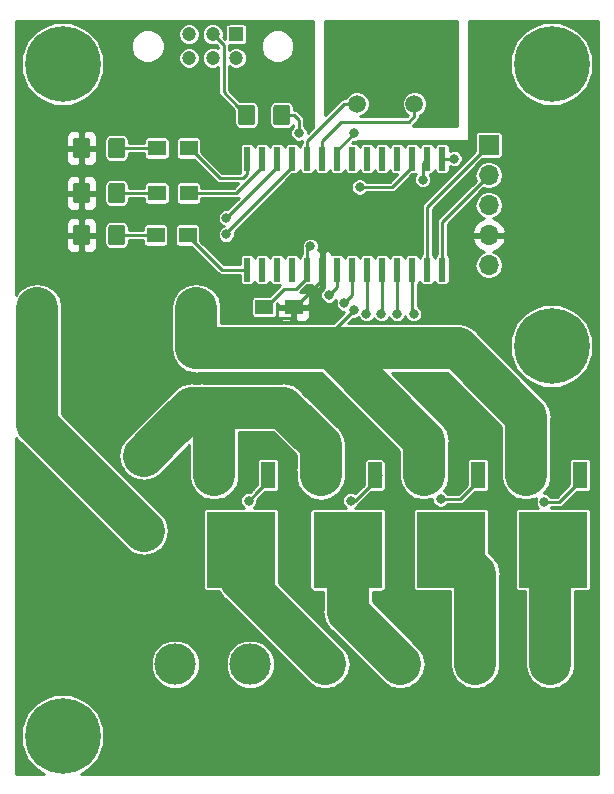
<source format=gtl>
G04 #@! TF.GenerationSoftware,KiCad,Pcbnew,(5.0.0-3-g5ebb6b6)*
G04 #@! TF.CreationDate,2018-11-03T13:06:53-04:00*
G04 #@! TF.ProjectId,injector,696E6A6563746F722E6B696361645F70,rev?*
G04 #@! TF.SameCoordinates,Original*
G04 #@! TF.FileFunction,Copper,L1,Top,Signal*
G04 #@! TF.FilePolarity,Positive*
%FSLAX46Y46*%
G04 Gerber Fmt 4.6, Leading zero omitted, Abs format (unit mm)*
G04 Created by KiCad (PCBNEW (5.0.0-3-g5ebb6b6)) date Saturday, November 03, 2018 at 01:06:53 PM*
%MOMM*%
%LPD*%
G01*
G04 APERTURE LIST*
G04 #@! TA.AperFunction,SMDPad,CuDef*
%ADD10R,1.200000X2.200000*%
G04 #@! TD*
G04 #@! TA.AperFunction,SMDPad,CuDef*
%ADD11R,5.800000X6.400000*%
G04 #@! TD*
G04 #@! TA.AperFunction,SMDPad,CuDef*
%ADD12R,2.750000X3.050000*%
G04 #@! TD*
G04 #@! TA.AperFunction,ComponentPad*
%ADD13C,6.400000*%
G04 #@! TD*
G04 #@! TA.AperFunction,SMDPad,CuDef*
%ADD14R,0.600000X2.000000*%
G04 #@! TD*
G04 #@! TA.AperFunction,ComponentPad*
%ADD15C,3.500000*%
G04 #@! TD*
G04 #@! TA.AperFunction,ComponentPad*
%ADD16O,1.700000X1.700000*%
G04 #@! TD*
G04 #@! TA.AperFunction,ComponentPad*
%ADD17R,1.700000X1.700000*%
G04 #@! TD*
G04 #@! TA.AperFunction,SMDPad,CuDef*
%ADD18R,1.500000X1.250000*%
G04 #@! TD*
G04 #@! TA.AperFunction,ComponentPad*
%ADD19C,1.500000*%
G04 #@! TD*
G04 #@! TA.AperFunction,ComponentPad*
%ADD20C,2.600000*%
G04 #@! TD*
G04 #@! TA.AperFunction,Conductor*
%ADD21C,0.100000*%
G04 #@! TD*
G04 #@! TA.AperFunction,SMDPad,CuDef*
%ADD22C,1.425000*%
G04 #@! TD*
G04 #@! TA.AperFunction,SMDPad,CuDef*
%ADD23R,1.500000X1.300000*%
G04 #@! TD*
G04 #@! TA.AperFunction,ComponentPad*
%ADD24C,1.200000*%
G04 #@! TD*
G04 #@! TA.AperFunction,ComponentPad*
%ADD25R,1.200000X1.200000*%
G04 #@! TD*
G04 #@! TA.AperFunction,ViaPad*
%ADD26C,0.800000*%
G04 #@! TD*
G04 #@! TA.AperFunction,Conductor*
%ADD27C,0.254000*%
G04 #@! TD*
G04 #@! TA.AperFunction,Conductor*
%ADD28C,3.556000*%
G04 #@! TD*
G04 APERTURE END LIST*
D10*
G04 #@! TO.P,Q1,1*
G04 #@! TO.N,Net-(Q1-Pad1)*
X170809000Y-122174000D03*
G04 #@! TO.P,Q1,3*
G04 #@! TO.N,+BATT*
X166249000Y-122174000D03*
D11*
G04 #@! TO.P,Q1,2*
G04 #@! TO.N,/Motor Control/CLOSE+*
X168529000Y-128474000D03*
D12*
X167004000Y-130149000D03*
X170054000Y-126799000D03*
X170054000Y-130149000D03*
X167004000Y-126799000D03*
G04 #@! TD*
D13*
G04 #@! TO.P,REF\002A\002A,1*
G04 #@! TO.N,N/C*
X135636000Y-144272000D03*
G04 #@! TD*
G04 #@! TO.P,REF\002A\002A,1*
G04 #@! TO.N,N/C*
X177038000Y-111252000D03*
G04 #@! TD*
G04 #@! TO.P,REF\002A\002A,1*
G04 #@! TO.N,N/C*
X177038000Y-87376000D03*
G04 #@! TD*
D14*
G04 #@! TO.P,U3,28*
G04 #@! TO.N,/MCU/ICSPDAT*
X167767000Y-104776000D03*
G04 #@! TO.P,U3,27*
G04 #@! TO.N,/MCU/ICSPCLK*
X166497000Y-104776000D03*
G04 #@! TO.P,U3,26*
G04 #@! TO.N,/MCU/HIGH_SIDE_B*
X165227000Y-104776000D03*
G04 #@! TO.P,U3,25*
G04 #@! TO.N,/MCU/HIGH_SIDE_A*
X163957000Y-104776000D03*
G04 #@! TO.P,U3,24*
G04 #@! TO.N,/MCU/LOW_SIDE_B*
X162687000Y-104776000D03*
G04 #@! TO.P,U3,23*
G04 #@! TO.N,/MCU/LOW_SIDE_A*
X161417000Y-104776000D03*
G04 #@! TO.P,U3,22*
G04 #@! TO.N,/MCU/LIM_OPEN*
X160147000Y-104776000D03*
G04 #@! TO.P,U3,21*
G04 #@! TO.N,/MCU/LIM_CLOSE*
X158877000Y-104776000D03*
G04 #@! TO.P,U3,20*
G04 #@! TO.N,+5V*
X157607000Y-104776000D03*
G04 #@! TO.P,U3,19*
G04 #@! TO.N,GND*
X156337000Y-104776000D03*
G04 #@! TO.P,U3,18*
G04 #@! TO.N,Net-(U3-Pad18)*
X155067000Y-104776000D03*
G04 #@! TO.P,U3,17*
G04 #@! TO.N,Net-(U3-Pad17)*
X153797000Y-104776000D03*
G04 #@! TO.P,U3,16*
G04 #@! TO.N,Net-(U3-Pad16)*
X152527000Y-104776000D03*
G04 #@! TO.P,U3,15*
G04 #@! TO.N,Net-(R5-Pad2)*
X151257000Y-104776000D03*
G04 #@! TO.P,U3,14*
G04 #@! TO.N,Net-(R6-Pad2)*
X151257000Y-95376000D03*
G04 #@! TO.P,U3,13*
G04 #@! TO.N,Net-(R7-Pad2)*
X152527000Y-95376000D03*
G04 #@! TO.P,U3,12*
G04 #@! TO.N,/MCU/CAN_RX*
X153797000Y-95376000D03*
G04 #@! TO.P,U3,11*
G04 #@! TO.N,/MCU/CAN_TX*
X155067000Y-95376000D03*
G04 #@! TO.P,U3,10*
G04 #@! TO.N,/MCU/OSC2*
X156337000Y-95376000D03*
G04 #@! TO.P,U3,9*
G04 #@! TO.N,/MCU/OSC1*
X157607000Y-95376000D03*
G04 #@! TO.P,U3,8*
G04 #@! TO.N,GND*
X158877000Y-95376000D03*
G04 #@! TO.P,U3,7*
G04 #@! TO.N,Net-(U3-Pad7)*
X160147000Y-95376000D03*
G04 #@! TO.P,U3,6*
G04 #@! TO.N,Net-(U3-Pad6)*
X161417000Y-95376000D03*
G04 #@! TO.P,U3,5*
G04 #@! TO.N,Net-(U3-Pad5)*
X162687000Y-95376000D03*
G04 #@! TO.P,U3,4*
G04 #@! TO.N,Net-(U3-Pad4)*
X163957000Y-95376000D03*
G04 #@! TO.P,U3,3*
G04 #@! TO.N,/MCU/CURR_AMP*
X165227000Y-95376000D03*
G04 #@! TO.P,U3,2*
G04 #@! TO.N,/MCU/VBAT*
X166497000Y-95376000D03*
G04 #@! TO.P,U3,1*
G04 #@! TO.N,/MCU/~MCLR*
X167767000Y-95376000D03*
G04 #@! TD*
D15*
G04 #@! TO.P,J1,1*
G04 #@! TO.N,Net-(F1-Pad1)*
X142494000Y-126873000D03*
G04 #@! TO.P,J1,2*
G04 #@! TO.N,GND*
X142494000Y-120523000D03*
G04 #@! TD*
D16*
G04 #@! TO.P,J3,5*
G04 #@! TO.N,/MCU/~MCLR*
X171704000Y-104394000D03*
G04 #@! TO.P,J3,4*
G04 #@! TO.N,+5V*
X171704000Y-101854000D03*
G04 #@! TO.P,J3,3*
G04 #@! TO.N,GND*
X171704000Y-99314000D03*
G04 #@! TO.P,J3,2*
G04 #@! TO.N,/MCU/ICSPDAT*
X171704000Y-96774000D03*
D17*
G04 #@! TO.P,J3,1*
G04 #@! TO.N,/MCU/ICSPCLK*
X171704000Y-94234000D03*
G04 #@! TD*
D18*
G04 #@! TO.P,C2,2*
G04 #@! TO.N,+5V*
X155194000Y-107950000D03*
G04 #@! TO.P,C2,1*
G04 #@! TO.N,GND*
X152694000Y-107950000D03*
G04 #@! TD*
D19*
G04 #@! TO.P,Y1,1*
G04 #@! TO.N,/MCU/OSC1*
X165417500Y-90741500D03*
G04 #@! TO.P,Y1,2*
G04 #@! TO.N,/MCU/OSC2*
X160537500Y-90741500D03*
G04 #@! TD*
D15*
G04 #@! TO.P,J4,1*
G04 #@! TO.N,/Motor Control/OPEN+*
X176911000Y-138176000D03*
G04 #@! TO.P,J4,2*
G04 #@! TO.N,/Motor Control/CLOSE+*
X170561000Y-138176000D03*
G04 #@! TO.P,J4,3*
G04 #@! TO.N,/Motor Control/CLOSE-*
X164211000Y-138176000D03*
G04 #@! TO.P,J4,4*
G04 #@! TO.N,/Motor Control/OPEN-*
X157861000Y-138176000D03*
G04 #@! TO.P,J4,5*
G04 #@! TO.N,/MCU/LIM_OPEN*
X151511000Y-138176000D03*
G04 #@! TO.P,J4,6*
G04 #@! TO.N,/MCU/LIM_CLOSE*
X145161000Y-138176000D03*
G04 #@! TD*
D20*
G04 #@! TO.P,F1,1*
G04 #@! TO.N,Net-(F1-Pad1)*
X133473000Y-108028000D03*
X133473000Y-111428000D03*
G04 #@! TO.P,F1,2*
G04 #@! TO.N,+BATT*
X146943000Y-108028000D03*
X146943000Y-111428000D03*
G04 #@! TD*
D21*
G04 #@! TO.N,Net-(F2-Pad1)*
G04 #@! TO.C,F2*
G36*
X154665004Y-90820204D02*
X154689273Y-90823804D01*
X154713071Y-90829765D01*
X154736171Y-90838030D01*
X154758349Y-90848520D01*
X154779393Y-90861133D01*
X154799098Y-90875747D01*
X154817277Y-90892223D01*
X154833753Y-90910402D01*
X154848367Y-90930107D01*
X154860980Y-90951151D01*
X154871470Y-90973329D01*
X154879735Y-90996429D01*
X154885696Y-91020227D01*
X154889296Y-91044496D01*
X154890500Y-91069000D01*
X154890500Y-92319000D01*
X154889296Y-92343504D01*
X154885696Y-92367773D01*
X154879735Y-92391571D01*
X154871470Y-92414671D01*
X154860980Y-92436849D01*
X154848367Y-92457893D01*
X154833753Y-92477598D01*
X154817277Y-92495777D01*
X154799098Y-92512253D01*
X154779393Y-92526867D01*
X154758349Y-92539480D01*
X154736171Y-92549970D01*
X154713071Y-92558235D01*
X154689273Y-92564196D01*
X154665004Y-92567796D01*
X154640500Y-92569000D01*
X153715500Y-92569000D01*
X153690996Y-92567796D01*
X153666727Y-92564196D01*
X153642929Y-92558235D01*
X153619829Y-92549970D01*
X153597651Y-92539480D01*
X153576607Y-92526867D01*
X153556902Y-92512253D01*
X153538723Y-92495777D01*
X153522247Y-92477598D01*
X153507633Y-92457893D01*
X153495020Y-92436849D01*
X153484530Y-92414671D01*
X153476265Y-92391571D01*
X153470304Y-92367773D01*
X153466704Y-92343504D01*
X153465500Y-92319000D01*
X153465500Y-91069000D01*
X153466704Y-91044496D01*
X153470304Y-91020227D01*
X153476265Y-90996429D01*
X153484530Y-90973329D01*
X153495020Y-90951151D01*
X153507633Y-90930107D01*
X153522247Y-90910402D01*
X153538723Y-90892223D01*
X153556902Y-90875747D01*
X153576607Y-90861133D01*
X153597651Y-90848520D01*
X153619829Y-90838030D01*
X153642929Y-90829765D01*
X153666727Y-90823804D01*
X153690996Y-90820204D01*
X153715500Y-90819000D01*
X154640500Y-90819000D01*
X154665004Y-90820204D01*
X154665004Y-90820204D01*
G37*
D22*
G04 #@! TD*
G04 #@! TO.P,F2,1*
G04 #@! TO.N,Net-(F2-Pad1)*
X154178000Y-91694000D03*
D21*
G04 #@! TO.N,Net-(F2-Pad2)*
G04 #@! TO.C,F2*
G36*
X151690004Y-90820204D02*
X151714273Y-90823804D01*
X151738071Y-90829765D01*
X151761171Y-90838030D01*
X151783349Y-90848520D01*
X151804393Y-90861133D01*
X151824098Y-90875747D01*
X151842277Y-90892223D01*
X151858753Y-90910402D01*
X151873367Y-90930107D01*
X151885980Y-90951151D01*
X151896470Y-90973329D01*
X151904735Y-90996429D01*
X151910696Y-91020227D01*
X151914296Y-91044496D01*
X151915500Y-91069000D01*
X151915500Y-92319000D01*
X151914296Y-92343504D01*
X151910696Y-92367773D01*
X151904735Y-92391571D01*
X151896470Y-92414671D01*
X151885980Y-92436849D01*
X151873367Y-92457893D01*
X151858753Y-92477598D01*
X151842277Y-92495777D01*
X151824098Y-92512253D01*
X151804393Y-92526867D01*
X151783349Y-92539480D01*
X151761171Y-92549970D01*
X151738071Y-92558235D01*
X151714273Y-92564196D01*
X151690004Y-92567796D01*
X151665500Y-92569000D01*
X150740500Y-92569000D01*
X150715996Y-92567796D01*
X150691727Y-92564196D01*
X150667929Y-92558235D01*
X150644829Y-92549970D01*
X150622651Y-92539480D01*
X150601607Y-92526867D01*
X150581902Y-92512253D01*
X150563723Y-92495777D01*
X150547247Y-92477598D01*
X150532633Y-92457893D01*
X150520020Y-92436849D01*
X150509530Y-92414671D01*
X150501265Y-92391571D01*
X150495304Y-92367773D01*
X150491704Y-92343504D01*
X150490500Y-92319000D01*
X150490500Y-91069000D01*
X150491704Y-91044496D01*
X150495304Y-91020227D01*
X150501265Y-90996429D01*
X150509530Y-90973329D01*
X150520020Y-90951151D01*
X150532633Y-90930107D01*
X150547247Y-90910402D01*
X150563723Y-90892223D01*
X150581902Y-90875747D01*
X150601607Y-90861133D01*
X150622651Y-90848520D01*
X150644829Y-90838030D01*
X150667929Y-90829765D01*
X150691727Y-90823804D01*
X150715996Y-90820204D01*
X150740500Y-90819000D01*
X151665500Y-90819000D01*
X151690004Y-90820204D01*
X151690004Y-90820204D01*
G37*
D22*
G04 #@! TD*
G04 #@! TO.P,F2,2*
G04 #@! TO.N,Net-(F2-Pad2)*
X151203000Y-91694000D03*
D21*
G04 #@! TO.N,Net-(D6-Pad1)*
G04 #@! TO.C,D6*
G36*
X140695004Y-93614204D02*
X140719273Y-93617804D01*
X140743071Y-93623765D01*
X140766171Y-93632030D01*
X140788349Y-93642520D01*
X140809393Y-93655133D01*
X140829098Y-93669747D01*
X140847277Y-93686223D01*
X140863753Y-93704402D01*
X140878367Y-93724107D01*
X140890980Y-93745151D01*
X140901470Y-93767329D01*
X140909735Y-93790429D01*
X140915696Y-93814227D01*
X140919296Y-93838496D01*
X140920500Y-93863000D01*
X140920500Y-95113000D01*
X140919296Y-95137504D01*
X140915696Y-95161773D01*
X140909735Y-95185571D01*
X140901470Y-95208671D01*
X140890980Y-95230849D01*
X140878367Y-95251893D01*
X140863753Y-95271598D01*
X140847277Y-95289777D01*
X140829098Y-95306253D01*
X140809393Y-95320867D01*
X140788349Y-95333480D01*
X140766171Y-95343970D01*
X140743071Y-95352235D01*
X140719273Y-95358196D01*
X140695004Y-95361796D01*
X140670500Y-95363000D01*
X139745500Y-95363000D01*
X139720996Y-95361796D01*
X139696727Y-95358196D01*
X139672929Y-95352235D01*
X139649829Y-95343970D01*
X139627651Y-95333480D01*
X139606607Y-95320867D01*
X139586902Y-95306253D01*
X139568723Y-95289777D01*
X139552247Y-95271598D01*
X139537633Y-95251893D01*
X139525020Y-95230849D01*
X139514530Y-95208671D01*
X139506265Y-95185571D01*
X139500304Y-95161773D01*
X139496704Y-95137504D01*
X139495500Y-95113000D01*
X139495500Y-93863000D01*
X139496704Y-93838496D01*
X139500304Y-93814227D01*
X139506265Y-93790429D01*
X139514530Y-93767329D01*
X139525020Y-93745151D01*
X139537633Y-93724107D01*
X139552247Y-93704402D01*
X139568723Y-93686223D01*
X139586902Y-93669747D01*
X139606607Y-93655133D01*
X139627651Y-93642520D01*
X139649829Y-93632030D01*
X139672929Y-93623765D01*
X139696727Y-93617804D01*
X139720996Y-93614204D01*
X139745500Y-93613000D01*
X140670500Y-93613000D01*
X140695004Y-93614204D01*
X140695004Y-93614204D01*
G37*
D22*
G04 #@! TD*
G04 #@! TO.P,D6,1*
G04 #@! TO.N,Net-(D6-Pad1)*
X140208000Y-94488000D03*
D21*
G04 #@! TO.N,+5V*
G04 #@! TO.C,D6*
G36*
X137720004Y-93614204D02*
X137744273Y-93617804D01*
X137768071Y-93623765D01*
X137791171Y-93632030D01*
X137813349Y-93642520D01*
X137834393Y-93655133D01*
X137854098Y-93669747D01*
X137872277Y-93686223D01*
X137888753Y-93704402D01*
X137903367Y-93724107D01*
X137915980Y-93745151D01*
X137926470Y-93767329D01*
X137934735Y-93790429D01*
X137940696Y-93814227D01*
X137944296Y-93838496D01*
X137945500Y-93863000D01*
X137945500Y-95113000D01*
X137944296Y-95137504D01*
X137940696Y-95161773D01*
X137934735Y-95185571D01*
X137926470Y-95208671D01*
X137915980Y-95230849D01*
X137903367Y-95251893D01*
X137888753Y-95271598D01*
X137872277Y-95289777D01*
X137854098Y-95306253D01*
X137834393Y-95320867D01*
X137813349Y-95333480D01*
X137791171Y-95343970D01*
X137768071Y-95352235D01*
X137744273Y-95358196D01*
X137720004Y-95361796D01*
X137695500Y-95363000D01*
X136770500Y-95363000D01*
X136745996Y-95361796D01*
X136721727Y-95358196D01*
X136697929Y-95352235D01*
X136674829Y-95343970D01*
X136652651Y-95333480D01*
X136631607Y-95320867D01*
X136611902Y-95306253D01*
X136593723Y-95289777D01*
X136577247Y-95271598D01*
X136562633Y-95251893D01*
X136550020Y-95230849D01*
X136539530Y-95208671D01*
X136531265Y-95185571D01*
X136525304Y-95161773D01*
X136521704Y-95137504D01*
X136520500Y-95113000D01*
X136520500Y-93863000D01*
X136521704Y-93838496D01*
X136525304Y-93814227D01*
X136531265Y-93790429D01*
X136539530Y-93767329D01*
X136550020Y-93745151D01*
X136562633Y-93724107D01*
X136577247Y-93704402D01*
X136593723Y-93686223D01*
X136611902Y-93669747D01*
X136631607Y-93655133D01*
X136652651Y-93642520D01*
X136674829Y-93632030D01*
X136697929Y-93623765D01*
X136721727Y-93617804D01*
X136745996Y-93614204D01*
X136770500Y-93613000D01*
X137695500Y-93613000D01*
X137720004Y-93614204D01*
X137720004Y-93614204D01*
G37*
D22*
G04 #@! TD*
G04 #@! TO.P,D6,2*
G04 #@! TO.N,+5V*
X137233000Y-94488000D03*
D21*
G04 #@! TO.N,+5V*
G04 #@! TO.C,D7*
G36*
X137720004Y-97424204D02*
X137744273Y-97427804D01*
X137768071Y-97433765D01*
X137791171Y-97442030D01*
X137813349Y-97452520D01*
X137834393Y-97465133D01*
X137854098Y-97479747D01*
X137872277Y-97496223D01*
X137888753Y-97514402D01*
X137903367Y-97534107D01*
X137915980Y-97555151D01*
X137926470Y-97577329D01*
X137934735Y-97600429D01*
X137940696Y-97624227D01*
X137944296Y-97648496D01*
X137945500Y-97673000D01*
X137945500Y-98923000D01*
X137944296Y-98947504D01*
X137940696Y-98971773D01*
X137934735Y-98995571D01*
X137926470Y-99018671D01*
X137915980Y-99040849D01*
X137903367Y-99061893D01*
X137888753Y-99081598D01*
X137872277Y-99099777D01*
X137854098Y-99116253D01*
X137834393Y-99130867D01*
X137813349Y-99143480D01*
X137791171Y-99153970D01*
X137768071Y-99162235D01*
X137744273Y-99168196D01*
X137720004Y-99171796D01*
X137695500Y-99173000D01*
X136770500Y-99173000D01*
X136745996Y-99171796D01*
X136721727Y-99168196D01*
X136697929Y-99162235D01*
X136674829Y-99153970D01*
X136652651Y-99143480D01*
X136631607Y-99130867D01*
X136611902Y-99116253D01*
X136593723Y-99099777D01*
X136577247Y-99081598D01*
X136562633Y-99061893D01*
X136550020Y-99040849D01*
X136539530Y-99018671D01*
X136531265Y-98995571D01*
X136525304Y-98971773D01*
X136521704Y-98947504D01*
X136520500Y-98923000D01*
X136520500Y-97673000D01*
X136521704Y-97648496D01*
X136525304Y-97624227D01*
X136531265Y-97600429D01*
X136539530Y-97577329D01*
X136550020Y-97555151D01*
X136562633Y-97534107D01*
X136577247Y-97514402D01*
X136593723Y-97496223D01*
X136611902Y-97479747D01*
X136631607Y-97465133D01*
X136652651Y-97452520D01*
X136674829Y-97442030D01*
X136697929Y-97433765D01*
X136721727Y-97427804D01*
X136745996Y-97424204D01*
X136770500Y-97423000D01*
X137695500Y-97423000D01*
X137720004Y-97424204D01*
X137720004Y-97424204D01*
G37*
D22*
G04 #@! TD*
G04 #@! TO.P,D7,2*
G04 #@! TO.N,+5V*
X137233000Y-98298000D03*
D21*
G04 #@! TO.N,Net-(D7-Pad1)*
G04 #@! TO.C,D7*
G36*
X140695004Y-97424204D02*
X140719273Y-97427804D01*
X140743071Y-97433765D01*
X140766171Y-97442030D01*
X140788349Y-97452520D01*
X140809393Y-97465133D01*
X140829098Y-97479747D01*
X140847277Y-97496223D01*
X140863753Y-97514402D01*
X140878367Y-97534107D01*
X140890980Y-97555151D01*
X140901470Y-97577329D01*
X140909735Y-97600429D01*
X140915696Y-97624227D01*
X140919296Y-97648496D01*
X140920500Y-97673000D01*
X140920500Y-98923000D01*
X140919296Y-98947504D01*
X140915696Y-98971773D01*
X140909735Y-98995571D01*
X140901470Y-99018671D01*
X140890980Y-99040849D01*
X140878367Y-99061893D01*
X140863753Y-99081598D01*
X140847277Y-99099777D01*
X140829098Y-99116253D01*
X140809393Y-99130867D01*
X140788349Y-99143480D01*
X140766171Y-99153970D01*
X140743071Y-99162235D01*
X140719273Y-99168196D01*
X140695004Y-99171796D01*
X140670500Y-99173000D01*
X139745500Y-99173000D01*
X139720996Y-99171796D01*
X139696727Y-99168196D01*
X139672929Y-99162235D01*
X139649829Y-99153970D01*
X139627651Y-99143480D01*
X139606607Y-99130867D01*
X139586902Y-99116253D01*
X139568723Y-99099777D01*
X139552247Y-99081598D01*
X139537633Y-99061893D01*
X139525020Y-99040849D01*
X139514530Y-99018671D01*
X139506265Y-98995571D01*
X139500304Y-98971773D01*
X139496704Y-98947504D01*
X139495500Y-98923000D01*
X139495500Y-97673000D01*
X139496704Y-97648496D01*
X139500304Y-97624227D01*
X139506265Y-97600429D01*
X139514530Y-97577329D01*
X139525020Y-97555151D01*
X139537633Y-97534107D01*
X139552247Y-97514402D01*
X139568723Y-97496223D01*
X139586902Y-97479747D01*
X139606607Y-97465133D01*
X139627651Y-97452520D01*
X139649829Y-97442030D01*
X139672929Y-97433765D01*
X139696727Y-97427804D01*
X139720996Y-97424204D01*
X139745500Y-97423000D01*
X140670500Y-97423000D01*
X140695004Y-97424204D01*
X140695004Y-97424204D01*
G37*
D22*
G04 #@! TD*
G04 #@! TO.P,D7,1*
G04 #@! TO.N,Net-(D7-Pad1)*
X140208000Y-98298000D03*
D21*
G04 #@! TO.N,Net-(D5-Pad1)*
G04 #@! TO.C,D5*
G36*
X140695004Y-100980204D02*
X140719273Y-100983804D01*
X140743071Y-100989765D01*
X140766171Y-100998030D01*
X140788349Y-101008520D01*
X140809393Y-101021133D01*
X140829098Y-101035747D01*
X140847277Y-101052223D01*
X140863753Y-101070402D01*
X140878367Y-101090107D01*
X140890980Y-101111151D01*
X140901470Y-101133329D01*
X140909735Y-101156429D01*
X140915696Y-101180227D01*
X140919296Y-101204496D01*
X140920500Y-101229000D01*
X140920500Y-102479000D01*
X140919296Y-102503504D01*
X140915696Y-102527773D01*
X140909735Y-102551571D01*
X140901470Y-102574671D01*
X140890980Y-102596849D01*
X140878367Y-102617893D01*
X140863753Y-102637598D01*
X140847277Y-102655777D01*
X140829098Y-102672253D01*
X140809393Y-102686867D01*
X140788349Y-102699480D01*
X140766171Y-102709970D01*
X140743071Y-102718235D01*
X140719273Y-102724196D01*
X140695004Y-102727796D01*
X140670500Y-102729000D01*
X139745500Y-102729000D01*
X139720996Y-102727796D01*
X139696727Y-102724196D01*
X139672929Y-102718235D01*
X139649829Y-102709970D01*
X139627651Y-102699480D01*
X139606607Y-102686867D01*
X139586902Y-102672253D01*
X139568723Y-102655777D01*
X139552247Y-102637598D01*
X139537633Y-102617893D01*
X139525020Y-102596849D01*
X139514530Y-102574671D01*
X139506265Y-102551571D01*
X139500304Y-102527773D01*
X139496704Y-102503504D01*
X139495500Y-102479000D01*
X139495500Y-101229000D01*
X139496704Y-101204496D01*
X139500304Y-101180227D01*
X139506265Y-101156429D01*
X139514530Y-101133329D01*
X139525020Y-101111151D01*
X139537633Y-101090107D01*
X139552247Y-101070402D01*
X139568723Y-101052223D01*
X139586902Y-101035747D01*
X139606607Y-101021133D01*
X139627651Y-101008520D01*
X139649829Y-100998030D01*
X139672929Y-100989765D01*
X139696727Y-100983804D01*
X139720996Y-100980204D01*
X139745500Y-100979000D01*
X140670500Y-100979000D01*
X140695004Y-100980204D01*
X140695004Y-100980204D01*
G37*
D22*
G04 #@! TD*
G04 #@! TO.P,D5,1*
G04 #@! TO.N,Net-(D5-Pad1)*
X140208000Y-101854000D03*
D21*
G04 #@! TO.N,+5V*
G04 #@! TO.C,D5*
G36*
X137720004Y-100980204D02*
X137744273Y-100983804D01*
X137768071Y-100989765D01*
X137791171Y-100998030D01*
X137813349Y-101008520D01*
X137834393Y-101021133D01*
X137854098Y-101035747D01*
X137872277Y-101052223D01*
X137888753Y-101070402D01*
X137903367Y-101090107D01*
X137915980Y-101111151D01*
X137926470Y-101133329D01*
X137934735Y-101156429D01*
X137940696Y-101180227D01*
X137944296Y-101204496D01*
X137945500Y-101229000D01*
X137945500Y-102479000D01*
X137944296Y-102503504D01*
X137940696Y-102527773D01*
X137934735Y-102551571D01*
X137926470Y-102574671D01*
X137915980Y-102596849D01*
X137903367Y-102617893D01*
X137888753Y-102637598D01*
X137872277Y-102655777D01*
X137854098Y-102672253D01*
X137834393Y-102686867D01*
X137813349Y-102699480D01*
X137791171Y-102709970D01*
X137768071Y-102718235D01*
X137744273Y-102724196D01*
X137720004Y-102727796D01*
X137695500Y-102729000D01*
X136770500Y-102729000D01*
X136745996Y-102727796D01*
X136721727Y-102724196D01*
X136697929Y-102718235D01*
X136674829Y-102709970D01*
X136652651Y-102699480D01*
X136631607Y-102686867D01*
X136611902Y-102672253D01*
X136593723Y-102655777D01*
X136577247Y-102637598D01*
X136562633Y-102617893D01*
X136550020Y-102596849D01*
X136539530Y-102574671D01*
X136531265Y-102551571D01*
X136525304Y-102527773D01*
X136521704Y-102503504D01*
X136520500Y-102479000D01*
X136520500Y-101229000D01*
X136521704Y-101204496D01*
X136525304Y-101180227D01*
X136531265Y-101156429D01*
X136539530Y-101133329D01*
X136550020Y-101111151D01*
X136562633Y-101090107D01*
X136577247Y-101070402D01*
X136593723Y-101052223D01*
X136611902Y-101035747D01*
X136631607Y-101021133D01*
X136652651Y-101008520D01*
X136674829Y-100998030D01*
X136697929Y-100989765D01*
X136721727Y-100983804D01*
X136745996Y-100980204D01*
X136770500Y-100979000D01*
X137695500Y-100979000D01*
X137720004Y-100980204D01*
X137720004Y-100980204D01*
G37*
D22*
G04 #@! TD*
G04 #@! TO.P,D5,2*
G04 #@! TO.N,+5V*
X137233000Y-101854000D03*
D23*
G04 #@! TO.P,R5,1*
G04 #@! TO.N,Net-(D5-Pad1)*
X143510000Y-101854000D03*
G04 #@! TO.P,R5,2*
G04 #@! TO.N,Net-(R5-Pad2)*
X146210000Y-101854000D03*
G04 #@! TD*
G04 #@! TO.P,R6,1*
G04 #@! TO.N,Net-(D6-Pad1)*
X143604000Y-94488000D03*
G04 #@! TO.P,R6,2*
G04 #@! TO.N,Net-(R6-Pad2)*
X146304000Y-94488000D03*
G04 #@! TD*
G04 #@! TO.P,R7,2*
G04 #@! TO.N,Net-(R7-Pad2)*
X146304000Y-98298000D03*
G04 #@! TO.P,R7,1*
G04 #@! TO.N,Net-(D7-Pad1)*
X143604000Y-98298000D03*
G04 #@! TD*
D12*
G04 #@! TO.P,Q2,2*
G04 #@! TO.N,/Motor Control/OPEN+*
X175640000Y-126799000D03*
X178690000Y-130149000D03*
X178690000Y-126799000D03*
X175640000Y-130149000D03*
D11*
X177165000Y-128474000D03*
D10*
G04 #@! TO.P,Q2,3*
G04 #@! TO.N,+BATT*
X174885000Y-122174000D03*
G04 #@! TO.P,Q2,1*
G04 #@! TO.N,Net-(Q2-Pad1)*
X179445000Y-122174000D03*
G04 #@! TD*
G04 #@! TO.P,Q5,1*
G04 #@! TO.N,Net-(Q5-Pad1)*
X153029000Y-122174000D03*
G04 #@! TO.P,Q5,3*
G04 #@! TO.N,GND*
X148469000Y-122174000D03*
D11*
G04 #@! TO.P,Q5,2*
G04 #@! TO.N,/Motor Control/OPEN-*
X150749000Y-128474000D03*
D12*
X149224000Y-130149000D03*
X152274000Y-126799000D03*
X152274000Y-130149000D03*
X149224000Y-126799000D03*
G04 #@! TD*
G04 #@! TO.P,Q6,2*
G04 #@! TO.N,/Motor Control/CLOSE-*
X158242000Y-126825000D03*
X161292000Y-130175000D03*
X161292000Y-126825000D03*
X158242000Y-130175000D03*
D11*
X159767000Y-128500000D03*
D10*
G04 #@! TO.P,Q6,3*
G04 #@! TO.N,GND*
X157487000Y-122200000D03*
G04 #@! TO.P,Q6,1*
G04 #@! TO.N,Net-(Q6-Pad1)*
X162047000Y-122200000D03*
G04 #@! TD*
D24*
G04 #@! TO.P,J2,2*
G04 #@! TO.N,Net-(F2-Pad2)*
X148336000Y-84852000D03*
D25*
G04 #@! TO.P,J2,1*
G04 #@! TO.N,+12V*
X150336000Y-84852000D03*
D24*
G04 #@! TO.P,J2,3*
G04 #@! TO.N,GND*
X146336000Y-84852000D03*
G04 #@! TO.P,J2,6*
G04 #@! TO.N,N/C*
X146336000Y-86852000D03*
G04 #@! TO.P,J2,5*
G04 #@! TO.N,CANL*
X148336000Y-86852000D03*
G04 #@! TO.P,J2,4*
G04 #@! TO.N,CANH*
X150336000Y-86852000D03*
G04 #@! TD*
D13*
G04 #@! TO.P,REF\002A\002A,1*
G04 #@! TO.N,N/C*
X135636000Y-87376000D03*
G04 #@! TD*
D26*
G04 #@! TO.N,GND*
X160274000Y-93218000D03*
X156608455Y-102797139D03*
X163068000Y-87122000D03*
G04 #@! TO.N,Net-(Q6-Pad1)*
X160020000Y-124333000D03*
G04 #@! TO.N,Net-(Q5-Pad1)*
X151384000Y-124333000D03*
G04 #@! TO.N,+BATT*
X160274000Y-108204000D03*
G04 #@! TO.N,Net-(Q2-Pad1)*
X176403000Y-124460000D03*
G04 #@! TO.N,Net-(Q1-Pad1)*
X167640000Y-124206000D03*
G04 #@! TO.N,Net-(F2-Pad1)*
X155638500Y-93218000D03*
G04 #@! TO.N,+5V*
X144526000Y-104521000D03*
X155194000Y-114173000D03*
X157226000Y-114427000D03*
X142240000Y-96393000D03*
X153860500Y-93408500D03*
G04 #@! TO.N,/MCU/LOW_SIDE_B*
X162623500Y-108521500D03*
G04 #@! TO.N,/MCU/VBAT*
X166116000Y-97155000D03*
G04 #@! TO.N,/MCU/LOW_SIDE_A*
X161353500Y-108521500D03*
G04 #@! TO.N,/MCU/HIGH_SIDE_B*
X165354000Y-108521500D03*
G04 #@! TO.N,/MCU/HIGH_SIDE_A*
X163957000Y-108521500D03*
G04 #@! TO.N,/MCU/LIM_OPEN*
X159473990Y-107603993D03*
G04 #@! TO.N,/MCU/LIM_CLOSE*
X158178500Y-106934000D03*
G04 #@! TO.N,/MCU/~MCLR*
X168783000Y-95377000D03*
G04 #@! TO.N,/MCU/CURR_AMP*
X160781978Y-97790000D03*
G04 #@! TO.N,/MCU/CAN_RX*
X149479000Y-100393500D03*
G04 #@! TO.N,/MCU/CAN_TX*
X149479000Y-101790500D03*
G04 #@! TD*
D27*
G04 #@! TO.N,Net-(F2-Pad2)*
X150431653Y-90922653D02*
X151203000Y-91694000D01*
X149263001Y-89754001D02*
X150431653Y-90922653D01*
X149263001Y-85779001D02*
X149263001Y-89754001D01*
X148336000Y-84852000D02*
X149263001Y-85779001D01*
G04 #@! TO.N,GND*
X158877000Y-94676000D02*
X160274000Y-93279000D01*
X160274000Y-93279000D02*
X160274000Y-93218000D01*
X158877000Y-95376000D02*
X158877000Y-94676000D01*
X152819000Y-107950000D02*
X154343000Y-106426000D01*
X152694000Y-107950000D02*
X152819000Y-107950000D01*
X156337000Y-105476000D02*
X156337000Y-104776000D01*
X155387000Y-106426000D02*
X156337000Y-105476000D01*
X154343000Y-106426000D02*
X155387000Y-106426000D01*
X156337000Y-104776000D02*
X156337000Y-103068594D01*
X156337000Y-103068594D02*
X156608455Y-102797139D01*
D28*
X142494000Y-120523000D02*
X144243999Y-118773001D01*
X157487000Y-121700000D02*
X157480000Y-121693000D01*
X157487000Y-122200000D02*
X157487000Y-121700000D01*
X157480000Y-121693000D02*
X157480000Y-119634000D01*
X157480000Y-119634000D02*
X154305000Y-116459000D01*
X146558000Y-116459000D02*
X144243999Y-118773001D01*
X154305000Y-116459000D02*
X146558000Y-116459000D01*
X147410000Y-116459000D02*
X146558000Y-116459000D01*
X148469000Y-117518000D02*
X147410000Y-116459000D01*
X148469000Y-122174000D02*
X148469000Y-117518000D01*
G04 #@! TO.N,/Motor Control/CLOSE-*
X159767000Y-133732000D02*
X159767000Y-128500000D01*
X164211000Y-138176000D02*
X159767000Y-133732000D01*
D27*
G04 #@! TO.N,Net-(Q6-Pad1)*
X162560000Y-122174000D02*
X161706000Y-122174000D01*
X160414000Y-124333000D02*
X160020000Y-124333000D01*
X162047000Y-122700000D02*
X160414000Y-124333000D01*
X162047000Y-122200000D02*
X162047000Y-122700000D01*
G04 #@! TO.N,Net-(Q5-Pad1)*
X153404000Y-122174000D02*
X152908000Y-122174000D01*
X153029000Y-122674000D02*
X152019000Y-123684000D01*
X153029000Y-122174000D02*
X153029000Y-122674000D01*
X152019000Y-123698000D02*
X151384000Y-124333000D01*
X152019000Y-123684000D02*
X152019000Y-123698000D01*
D28*
G04 #@! TO.N,/Motor Control/OPEN-*
X151124000Y-128474000D02*
X151124000Y-130169000D01*
X150749000Y-131064000D02*
X150749000Y-128474000D01*
X157861000Y-138176000D02*
X150749000Y-131064000D01*
G04 #@! TO.N,/Motor Control/OPEN+*
X176911000Y-128728000D02*
X177165000Y-128474000D01*
X176911000Y-138176000D02*
X176911000Y-128728000D01*
G04 #@! TO.N,+BATT*
X146943000Y-108028000D02*
X146943000Y-111428000D01*
D27*
X160382001Y-110049999D02*
X159004000Y-111428000D01*
D28*
X158686500Y-111428000D02*
X159004000Y-111428000D01*
D27*
X158686500Y-109791500D02*
X158686500Y-111428000D01*
X160274000Y-108204000D02*
X158686500Y-109791500D01*
D28*
X158686500Y-111428000D02*
X169086000Y-111428000D01*
X174885000Y-117227000D02*
X174885000Y-122174000D01*
X169086000Y-111428000D02*
X174885000Y-117227000D01*
X166249000Y-122174000D02*
X166249000Y-119259000D01*
X158418000Y-111428000D02*
X155702000Y-111428000D01*
X166249000Y-119259000D02*
X158418000Y-111428000D01*
X155702000Y-111428000D02*
X158686500Y-111428000D01*
X146943000Y-111428000D02*
X155702000Y-111428000D01*
D27*
G04 #@! TO.N,Net-(Q2-Pad1)*
X177659000Y-124460000D02*
X176403000Y-124460000D01*
X179445000Y-122674000D02*
X177659000Y-124460000D01*
X179445000Y-122174000D02*
X179445000Y-122674000D01*
G04 #@! TO.N,Net-(Q1-Pad1)*
X169291000Y-124206000D02*
X167640000Y-124206000D01*
X170809000Y-122688000D02*
X169291000Y-124206000D01*
X170809000Y-122174000D02*
X170809000Y-122688000D01*
D28*
G04 #@! TO.N,/Motor Control/CLOSE+*
X170561000Y-130506000D02*
X168529000Y-128474000D01*
X170561000Y-138176000D02*
X170561000Y-130506000D01*
D27*
G04 #@! TO.N,Net-(F2-Pad1)*
X155638500Y-93218000D02*
X155638500Y-92075000D01*
X155257500Y-91694000D02*
X154178000Y-91694000D01*
X155638500Y-92075000D02*
X155257500Y-91694000D01*
G04 #@! TO.N,+5V*
X155319000Y-107950000D02*
X155194000Y-107950000D01*
X157607000Y-105662000D02*
X155319000Y-107950000D01*
X157607000Y-104776000D02*
X157607000Y-105662000D01*
X155120999Y-108902001D02*
X150558001Y-108902001D01*
X155194000Y-108829000D02*
X155120999Y-108902001D01*
X155194000Y-107950000D02*
X155194000Y-108829000D01*
G04 #@! TO.N,/MCU/LOW_SIDE_B*
X162687000Y-108458000D02*
X162623500Y-108521500D01*
X162687000Y-104776000D02*
X162687000Y-108458000D01*
G04 #@! TO.N,/MCU/VBAT*
X166116000Y-95757000D02*
X166497000Y-95376000D01*
X166116000Y-97155000D02*
X166116000Y-95757000D01*
G04 #@! TO.N,/MCU/LOW_SIDE_A*
X161417000Y-108458000D02*
X161353500Y-108521500D01*
X161417000Y-104776000D02*
X161417000Y-108458000D01*
G04 #@! TO.N,/MCU/HIGH_SIDE_B*
X165227000Y-108394500D02*
X165354000Y-108521500D01*
X165227000Y-104776000D02*
X165227000Y-108394500D01*
G04 #@! TO.N,/MCU/HIGH_SIDE_A*
X163957000Y-104776000D02*
X163957000Y-108521500D01*
G04 #@! TO.N,/MCU/LIM_OPEN*
X160147000Y-106930983D02*
X159873989Y-107203994D01*
X160147000Y-104776000D02*
X160147000Y-106930983D01*
X159873989Y-107203994D02*
X159473990Y-107603993D01*
G04 #@! TO.N,/MCU/LIM_CLOSE*
X158877000Y-106235500D02*
X158877000Y-104776000D01*
X158178500Y-106934000D02*
X158877000Y-106235500D01*
G04 #@! TO.N,Net-(R7-Pad2)*
X152527000Y-96076000D02*
X152527000Y-95376000D01*
X150305000Y-98298000D02*
X152527000Y-96076000D01*
X146304000Y-98298000D02*
X150305000Y-98298000D01*
G04 #@! TO.N,Net-(D7-Pad1)*
X143604000Y-98298000D02*
X140208000Y-98298000D01*
G04 #@! TO.N,Net-(D6-Pad1)*
X140208000Y-94488000D02*
X143604000Y-94488000D01*
G04 #@! TO.N,Net-(R6-Pad2)*
X146404000Y-94488000D02*
X148944000Y-97028000D01*
X146304000Y-94488000D02*
X146404000Y-94488000D01*
X148944000Y-97028000D02*
X150876000Y-97028000D01*
X151257000Y-96647000D02*
X151257000Y-95376000D01*
X150876000Y-97028000D02*
X151257000Y-96647000D01*
G04 #@! TO.N,Net-(D5-Pad1)*
X141020500Y-101854000D02*
X143510000Y-101854000D01*
X140208000Y-101854000D02*
X141020500Y-101854000D01*
G04 #@! TO.N,Net-(R5-Pad2)*
X146319000Y-101996000D02*
X149099000Y-104776000D01*
X150703000Y-104776000D02*
X151257000Y-104776000D01*
X149099000Y-104776000D02*
X150703000Y-104776000D01*
X146304000Y-101996000D02*
X146319000Y-101996000D01*
G04 #@! TO.N,/MCU/~MCLR*
X168782000Y-95376000D02*
X168783000Y-95377000D01*
X167767000Y-95376000D02*
X168782000Y-95376000D01*
G04 #@! TO.N,/MCU/ICSPDAT*
X167767000Y-100711000D02*
X171704000Y-96774000D01*
X167767000Y-104776000D02*
X167767000Y-100711000D01*
G04 #@! TO.N,/MCU/ICSPCLK*
X166497000Y-99441000D02*
X171704000Y-94234000D01*
X166497000Y-104776000D02*
X166497000Y-99441000D01*
G04 #@! TO.N,/MCU/CURR_AMP*
X165227000Y-96076000D02*
X163513000Y-97790000D01*
X165227000Y-95376000D02*
X165227000Y-96076000D01*
X163513000Y-97790000D02*
X161347663Y-97790000D01*
X161347663Y-97790000D02*
X160781978Y-97790000D01*
G04 #@! TO.N,/MCU/CAN_RX*
X149479500Y-100393500D02*
X149479000Y-100393500D01*
X153797000Y-96076000D02*
X149479500Y-100393500D01*
X153797000Y-95376000D02*
X153797000Y-96076000D01*
G04 #@! TO.N,/MCU/CAN_TX*
X149479000Y-101664000D02*
X149479000Y-101790500D01*
X155067000Y-96076000D02*
X149479000Y-101664000D01*
X155067000Y-95376000D02*
X155067000Y-96076000D01*
G04 #@! TO.N,/MCU/OSC2*
X156337000Y-94122000D02*
X156337000Y-95376000D01*
X156337000Y-93881340D02*
X156337000Y-94122000D01*
X159476840Y-90741500D02*
X156337000Y-93881340D01*
X160537500Y-90741500D02*
X159476840Y-90741500D01*
G04 #@! TO.N,/MCU/OSC1*
X165417500Y-91802160D02*
X164954160Y-92265500D01*
X165417500Y-90741500D02*
X165417500Y-91802160D01*
X164954160Y-92265500D02*
X159194500Y-92265500D01*
X157607000Y-93853000D02*
X157607000Y-95376000D01*
X159194500Y-92265500D02*
X157607000Y-93853000D01*
D28*
G04 #@! TO.N,Net-(F1-Pad1)*
X133473000Y-108028000D02*
X133473000Y-111428000D01*
X133473000Y-117852000D02*
X133473000Y-111428000D01*
X142494000Y-126873000D02*
X133473000Y-117852000D01*
G04 #@! TD*
D27*
G04 #@! TO.N,+5V*
G36*
X156845000Y-92726762D02*
X156368700Y-93203062D01*
X156368700Y-93072754D01*
X156257533Y-92804375D01*
X156095700Y-92642542D01*
X156095700Y-92120029D01*
X156104657Y-92074999D01*
X156069173Y-91896609D01*
X156036152Y-91847190D01*
X155968123Y-91745377D01*
X155929946Y-91719868D01*
X155612632Y-91402554D01*
X155587123Y-91364377D01*
X155435891Y-91263327D01*
X155302530Y-91236800D01*
X155257500Y-91227843D01*
X155227169Y-91233876D01*
X155227169Y-91069000D01*
X155182511Y-90844491D01*
X155055338Y-90654162D01*
X154865009Y-90526989D01*
X154640500Y-90482331D01*
X153715500Y-90482331D01*
X153490991Y-90526989D01*
X153300662Y-90654162D01*
X153173489Y-90844491D01*
X153128831Y-91069000D01*
X153128831Y-92319000D01*
X153173489Y-92543509D01*
X153300662Y-92733838D01*
X153490991Y-92861011D01*
X153715500Y-92905669D01*
X154640500Y-92905669D01*
X154865009Y-92861011D01*
X155055338Y-92733838D01*
X155181301Y-92545321D01*
X155181301Y-92642541D01*
X155019467Y-92804375D01*
X154908300Y-93072754D01*
X154908300Y-93363246D01*
X155019467Y-93631625D01*
X155224875Y-93837033D01*
X155493254Y-93948200D01*
X155783746Y-93948200D01*
X155876500Y-93909780D01*
X155879800Y-93926370D01*
X155879800Y-94083909D01*
X155798939Y-94137939D01*
X155725958Y-94247162D01*
X155702000Y-94367609D01*
X155678042Y-94247162D01*
X155605061Y-94137939D01*
X155495838Y-94064958D01*
X155367000Y-94039331D01*
X154767000Y-94039331D01*
X154638162Y-94064958D01*
X154528939Y-94137939D01*
X154455958Y-94247162D01*
X154432000Y-94367609D01*
X154408042Y-94247162D01*
X154335061Y-94137939D01*
X154225838Y-94064958D01*
X154097000Y-94039331D01*
X153497000Y-94039331D01*
X153368162Y-94064958D01*
X153258939Y-94137939D01*
X153185958Y-94247162D01*
X153162000Y-94367609D01*
X153138042Y-94247162D01*
X153065061Y-94137939D01*
X152955838Y-94064958D01*
X152827000Y-94039331D01*
X152227000Y-94039331D01*
X152098162Y-94064958D01*
X151988939Y-94137939D01*
X151915958Y-94247162D01*
X151892000Y-94367609D01*
X151868042Y-94247162D01*
X151795061Y-94137939D01*
X151685838Y-94064958D01*
X151557000Y-94039331D01*
X150957000Y-94039331D01*
X150828162Y-94064958D01*
X150718939Y-94137939D01*
X150645958Y-94247162D01*
X150620331Y-94376000D01*
X150620331Y-96376000D01*
X150645958Y-96504838D01*
X150688667Y-96568755D01*
X150686622Y-96570800D01*
X149133378Y-96570800D01*
X147390669Y-94828091D01*
X147390669Y-93838000D01*
X147365042Y-93709162D01*
X147292061Y-93599939D01*
X147182838Y-93526958D01*
X147054000Y-93501331D01*
X145554000Y-93501331D01*
X145425162Y-93526958D01*
X145315939Y-93599939D01*
X145242958Y-93709162D01*
X145217331Y-93838000D01*
X145217331Y-95138000D01*
X145242958Y-95266838D01*
X145315939Y-95376061D01*
X145425162Y-95449042D01*
X145554000Y-95474669D01*
X146744091Y-95474669D01*
X148588868Y-97319446D01*
X148614377Y-97357623D01*
X148765609Y-97458673D01*
X148898970Y-97485200D01*
X148898974Y-97485200D01*
X148943999Y-97494156D01*
X148989024Y-97485200D01*
X150471222Y-97485200D01*
X150115622Y-97840800D01*
X147390669Y-97840800D01*
X147390669Y-97648000D01*
X147365042Y-97519162D01*
X147292061Y-97409939D01*
X147182838Y-97336958D01*
X147054000Y-97311331D01*
X145554000Y-97311331D01*
X145425162Y-97336958D01*
X145315939Y-97409939D01*
X145242958Y-97519162D01*
X145217331Y-97648000D01*
X145217331Y-98948000D01*
X145242958Y-99076838D01*
X145315939Y-99186061D01*
X145425162Y-99259042D01*
X145554000Y-99284669D01*
X147054000Y-99284669D01*
X147182838Y-99259042D01*
X147292061Y-99186061D01*
X147365042Y-99076838D01*
X147390669Y-98948000D01*
X147390669Y-98755200D01*
X150259970Y-98755200D01*
X150305000Y-98764157D01*
X150350030Y-98755200D01*
X150483391Y-98728673D01*
X150526660Y-98699761D01*
X149563122Y-99663300D01*
X149333754Y-99663300D01*
X149065375Y-99774467D01*
X148859967Y-99979875D01*
X148748800Y-100248254D01*
X148748800Y-100538746D01*
X148859967Y-100807125D01*
X149065375Y-101012533D01*
X149257224Y-101092000D01*
X149065375Y-101171467D01*
X148859967Y-101376875D01*
X148748800Y-101645254D01*
X148748800Y-101935746D01*
X148859967Y-102204125D01*
X149065375Y-102409533D01*
X149333754Y-102520700D01*
X149624246Y-102520700D01*
X149892625Y-102409533D01*
X150098033Y-102204125D01*
X150209200Y-101935746D01*
X150209200Y-101645254D01*
X150190198Y-101599380D01*
X155076909Y-96712669D01*
X155367000Y-96712669D01*
X155495838Y-96687042D01*
X155605061Y-96614061D01*
X155678042Y-96504838D01*
X155702000Y-96384391D01*
X155725958Y-96504838D01*
X155798939Y-96614061D01*
X155908162Y-96687042D01*
X156037000Y-96712669D01*
X156637000Y-96712669D01*
X156765838Y-96687042D01*
X156875061Y-96614061D01*
X156948042Y-96504838D01*
X156972000Y-96384391D01*
X156995958Y-96504838D01*
X157068939Y-96614061D01*
X157178162Y-96687042D01*
X157307000Y-96712669D01*
X157907000Y-96712669D01*
X158035838Y-96687042D01*
X158145061Y-96614061D01*
X158218042Y-96504838D01*
X158242000Y-96384391D01*
X158265958Y-96504838D01*
X158338939Y-96614061D01*
X158448162Y-96687042D01*
X158577000Y-96712669D01*
X159177000Y-96712669D01*
X159305838Y-96687042D01*
X159415061Y-96614061D01*
X159488042Y-96504838D01*
X159512000Y-96384391D01*
X159535958Y-96504838D01*
X159608939Y-96614061D01*
X159718162Y-96687042D01*
X159847000Y-96712669D01*
X160447000Y-96712669D01*
X160575838Y-96687042D01*
X160685061Y-96614061D01*
X160758042Y-96504838D01*
X160782000Y-96384391D01*
X160805958Y-96504838D01*
X160878939Y-96614061D01*
X160988162Y-96687042D01*
X161117000Y-96712669D01*
X161717000Y-96712669D01*
X161845838Y-96687042D01*
X161955061Y-96614061D01*
X162028042Y-96504838D01*
X162052000Y-96384391D01*
X162075958Y-96504838D01*
X162148939Y-96614061D01*
X162258162Y-96687042D01*
X162387000Y-96712669D01*
X162987000Y-96712669D01*
X163115838Y-96687042D01*
X163225061Y-96614061D01*
X163298042Y-96504838D01*
X163322000Y-96384391D01*
X163345958Y-96504838D01*
X163418939Y-96614061D01*
X163528162Y-96687042D01*
X163657000Y-96712669D01*
X163943753Y-96712669D01*
X163323622Y-97332800D01*
X161357436Y-97332800D01*
X161195603Y-97170967D01*
X160927224Y-97059800D01*
X160636732Y-97059800D01*
X160368353Y-97170967D01*
X160162945Y-97376375D01*
X160051778Y-97644754D01*
X160051778Y-97935246D01*
X160162945Y-98203625D01*
X160368353Y-98409033D01*
X160636732Y-98520200D01*
X160927224Y-98520200D01*
X161195603Y-98409033D01*
X161357436Y-98247200D01*
X163467970Y-98247200D01*
X163513000Y-98256157D01*
X163558030Y-98247200D01*
X163691391Y-98220673D01*
X163842623Y-98119623D01*
X163868132Y-98081446D01*
X165236910Y-96712669D01*
X165525673Y-96712669D01*
X165496967Y-96741375D01*
X165385800Y-97009754D01*
X165385800Y-97300246D01*
X165496967Y-97568625D01*
X165702375Y-97774033D01*
X165970754Y-97885200D01*
X166261246Y-97885200D01*
X166529625Y-97774033D01*
X166735033Y-97568625D01*
X166846200Y-97300246D01*
X166846200Y-97009754D01*
X166735033Y-96741375D01*
X166706327Y-96712669D01*
X166797000Y-96712669D01*
X166925838Y-96687042D01*
X167035061Y-96614061D01*
X167108042Y-96504838D01*
X167132000Y-96384391D01*
X167155958Y-96504838D01*
X167228939Y-96614061D01*
X167338162Y-96687042D01*
X167467000Y-96712669D01*
X168067000Y-96712669D01*
X168195838Y-96687042D01*
X168305061Y-96614061D01*
X168378042Y-96504838D01*
X168403669Y-96376000D01*
X168403669Y-96010238D01*
X168637754Y-96107200D01*
X168928246Y-96107200D01*
X169196625Y-95996033D01*
X169402033Y-95790625D01*
X169513200Y-95522246D01*
X169513200Y-95231754D01*
X169402033Y-94963375D01*
X169196625Y-94757967D01*
X168928246Y-94646800D01*
X168637754Y-94646800D01*
X168403669Y-94743762D01*
X168403669Y-94376000D01*
X168378042Y-94247162D01*
X168305061Y-94137939D01*
X168195838Y-94064958D01*
X168067000Y-94039331D01*
X167467000Y-94039331D01*
X167338162Y-94064958D01*
X167228939Y-94137939D01*
X167155958Y-94247162D01*
X167132000Y-94367609D01*
X167108042Y-94247162D01*
X167035061Y-94137939D01*
X166925838Y-94064958D01*
X166797000Y-94039331D01*
X166197000Y-94039331D01*
X166068162Y-94064958D01*
X165958939Y-94137939D01*
X165885958Y-94247162D01*
X165862000Y-94367609D01*
X165838042Y-94247162D01*
X165765061Y-94137939D01*
X165655838Y-94064958D01*
X165527000Y-94039331D01*
X164927000Y-94039331D01*
X164798162Y-94064958D01*
X164688939Y-94137939D01*
X164615958Y-94247162D01*
X164592000Y-94367609D01*
X164568042Y-94247162D01*
X164495061Y-94137939D01*
X164385838Y-94064958D01*
X164257000Y-94039331D01*
X163657000Y-94039331D01*
X163528162Y-94064958D01*
X163418939Y-94137939D01*
X163345958Y-94247162D01*
X163322000Y-94367609D01*
X163298042Y-94247162D01*
X163225061Y-94137939D01*
X163115838Y-94064958D01*
X162987000Y-94039331D01*
X162387000Y-94039331D01*
X162258162Y-94064958D01*
X162148939Y-94137939D01*
X162075958Y-94247162D01*
X162052000Y-94367609D01*
X162028042Y-94247162D01*
X161955061Y-94137939D01*
X161845838Y-94064958D01*
X161717000Y-94039331D01*
X161117000Y-94039331D01*
X160988162Y-94064958D01*
X160878939Y-94137939D01*
X160805958Y-94247162D01*
X160782000Y-94367609D01*
X160758042Y-94247162D01*
X160685061Y-94137939D01*
X160575838Y-94064958D01*
X160447000Y-94039331D01*
X160160247Y-94039331D01*
X160251378Y-93948200D01*
X160419246Y-93948200D01*
X160649078Y-93853000D01*
X169926000Y-93853000D01*
X169974601Y-93843333D01*
X170015803Y-93815803D01*
X170043333Y-93774601D01*
X170053000Y-93726000D01*
X170053000Y-86673800D01*
X173507800Y-86673800D01*
X173507800Y-88078200D01*
X174045241Y-89375698D01*
X175038302Y-90368759D01*
X176335800Y-90906200D01*
X177740200Y-90906200D01*
X179037698Y-90368759D01*
X180030759Y-89375698D01*
X180568200Y-88078200D01*
X180568200Y-86673800D01*
X180030759Y-85376302D01*
X179037698Y-84383241D01*
X177740200Y-83845800D01*
X176335800Y-83845800D01*
X175038302Y-84383241D01*
X174045241Y-85376302D01*
X173507800Y-86673800D01*
X170053000Y-86673800D01*
X170053000Y-83693000D01*
X180975000Y-83693000D01*
X180975000Y-147447000D01*
X137195729Y-147447000D01*
X137635698Y-147264759D01*
X138628759Y-146271698D01*
X139166200Y-144974200D01*
X139166200Y-143569800D01*
X138628759Y-142272302D01*
X137635698Y-141279241D01*
X136338200Y-140741800D01*
X134933800Y-140741800D01*
X133636302Y-141279241D01*
X132643241Y-142272302D01*
X132105800Y-143569800D01*
X132105800Y-144974200D01*
X132643241Y-146271698D01*
X133636302Y-147264759D01*
X134076271Y-147447000D01*
X131699000Y-147447000D01*
X131699000Y-137762222D01*
X143080800Y-137762222D01*
X143080800Y-138589778D01*
X143397491Y-139354339D01*
X143982661Y-139939509D01*
X144747222Y-140256200D01*
X145574778Y-140256200D01*
X146339339Y-139939509D01*
X146924509Y-139354339D01*
X147241200Y-138589778D01*
X147241200Y-137762222D01*
X149430800Y-137762222D01*
X149430800Y-138589778D01*
X149747491Y-139354339D01*
X150332661Y-139939509D01*
X151097222Y-140256200D01*
X151924778Y-140256200D01*
X152689339Y-139939509D01*
X153274509Y-139354339D01*
X153591200Y-138589778D01*
X153591200Y-137762222D01*
X153274509Y-136997661D01*
X152689339Y-136412491D01*
X151924778Y-136095800D01*
X151097222Y-136095800D01*
X150332661Y-136412491D01*
X149747491Y-136997661D01*
X149430800Y-137762222D01*
X147241200Y-137762222D01*
X146924509Y-136997661D01*
X146339339Y-136412491D01*
X145574778Y-136095800D01*
X144747222Y-136095800D01*
X143982661Y-136412491D01*
X143397491Y-136997661D01*
X143080800Y-137762222D01*
X131699000Y-137762222D01*
X131699000Y-118991680D01*
X131953073Y-119371927D01*
X132129102Y-119489546D01*
X141150100Y-128510545D01*
X141269433Y-128590281D01*
X141315661Y-128636509D01*
X141376061Y-128661527D01*
X141671421Y-128858881D01*
X142019823Y-128928182D01*
X142080222Y-128953200D01*
X142145598Y-128953200D01*
X142494000Y-129022501D01*
X142842402Y-128953200D01*
X142907778Y-128953200D01*
X142968177Y-128928182D01*
X143316579Y-128858881D01*
X143611939Y-128661528D01*
X143672339Y-128636509D01*
X143718568Y-128590280D01*
X144013927Y-128392927D01*
X144211280Y-128097568D01*
X144257509Y-128051339D01*
X144282528Y-127990939D01*
X144479881Y-127695579D01*
X144549182Y-127347177D01*
X144574200Y-127286778D01*
X144574200Y-127221402D01*
X144643501Y-126873000D01*
X144574200Y-126524598D01*
X144574200Y-126459222D01*
X144549182Y-126398823D01*
X144479881Y-126050421D01*
X144282527Y-125755061D01*
X144257509Y-125694661D01*
X144211281Y-125648433D01*
X144131545Y-125529100D01*
X143876445Y-125274000D01*
X147512331Y-125274000D01*
X147512331Y-131674000D01*
X147537958Y-131802838D01*
X147610939Y-131912061D01*
X147720162Y-131985042D01*
X147849000Y-132010669D01*
X148846034Y-132010669D01*
X149229073Y-132583927D01*
X149405102Y-132701546D01*
X156517100Y-139813545D01*
X156636433Y-139893281D01*
X156682661Y-139939509D01*
X156743061Y-139964527D01*
X157038421Y-140161881D01*
X157386823Y-140231182D01*
X157447222Y-140256200D01*
X157512598Y-140256200D01*
X157861000Y-140325501D01*
X158209402Y-140256200D01*
X158274778Y-140256200D01*
X158335177Y-140231182D01*
X158683578Y-140161881D01*
X158978937Y-139964528D01*
X159039339Y-139939509D01*
X159085569Y-139893279D01*
X159380927Y-139695927D01*
X159578279Y-139400569D01*
X159624509Y-139354339D01*
X159649528Y-139293937D01*
X159846881Y-138998578D01*
X159916182Y-138650177D01*
X159941200Y-138589778D01*
X159941200Y-138524402D01*
X160010501Y-138176000D01*
X159941200Y-137827598D01*
X159941200Y-137762222D01*
X159916182Y-137701823D01*
X159846881Y-137353421D01*
X159649527Y-137058061D01*
X159624509Y-136997661D01*
X159578281Y-136951433D01*
X159498545Y-136832100D01*
X153985669Y-131319225D01*
X153985669Y-125300000D01*
X156530331Y-125300000D01*
X156530331Y-131700000D01*
X156555958Y-131828838D01*
X156628939Y-131938061D01*
X156738162Y-132011042D01*
X156867000Y-132036669D01*
X157658800Y-132036669D01*
X157658800Y-133524364D01*
X157617499Y-133732000D01*
X157658800Y-133939635D01*
X157658800Y-133939638D01*
X157781119Y-134554578D01*
X158247073Y-135251927D01*
X158423102Y-135369546D01*
X162867100Y-139813545D01*
X162986433Y-139893281D01*
X163032661Y-139939509D01*
X163093061Y-139964527D01*
X163388421Y-140161881D01*
X163736824Y-140231182D01*
X163797222Y-140256200D01*
X163862597Y-140256200D01*
X164210999Y-140325501D01*
X164559401Y-140256200D01*
X164624778Y-140256200D01*
X164685178Y-140231182D01*
X165033578Y-140161881D01*
X165328937Y-139964528D01*
X165389339Y-139939509D01*
X165435569Y-139893279D01*
X165730927Y-139695927D01*
X165928279Y-139400569D01*
X165974509Y-139354339D01*
X165999528Y-139293937D01*
X166196881Y-138998578D01*
X166266182Y-138650178D01*
X166291200Y-138589778D01*
X166291200Y-138524401D01*
X166360501Y-138175999D01*
X166291200Y-137827597D01*
X166291200Y-137762222D01*
X166266182Y-137701824D01*
X166196881Y-137353421D01*
X165999527Y-137058061D01*
X165974509Y-136997661D01*
X165928281Y-136951433D01*
X165848545Y-136832100D01*
X161875200Y-132858756D01*
X161875200Y-132036669D01*
X162667000Y-132036669D01*
X162795838Y-132011042D01*
X162905061Y-131938061D01*
X162978042Y-131828838D01*
X163003669Y-131700000D01*
X163003669Y-125300000D01*
X162998498Y-125274000D01*
X165292331Y-125274000D01*
X165292331Y-131674000D01*
X165317958Y-131802838D01*
X165390939Y-131912061D01*
X165500162Y-131985042D01*
X165629000Y-132010669D01*
X168452801Y-132010669D01*
X168452800Y-138383638D01*
X168480800Y-138524404D01*
X168480800Y-138589778D01*
X168505818Y-138650176D01*
X168575119Y-138998578D01*
X168772472Y-139293937D01*
X168797491Y-139354339D01*
X168843721Y-139400569D01*
X169041073Y-139695927D01*
X169336432Y-139893280D01*
X169382661Y-139939509D01*
X169443061Y-139964528D01*
X169738421Y-140161881D01*
X170086825Y-140231183D01*
X170147222Y-140256200D01*
X170212595Y-140256200D01*
X170561000Y-140325502D01*
X170909405Y-140256200D01*
X170974778Y-140256200D01*
X171035175Y-140231183D01*
X171383578Y-140161881D01*
X171678937Y-139964528D01*
X171739339Y-139939509D01*
X171785569Y-139893279D01*
X172080927Y-139695927D01*
X172278280Y-139400568D01*
X172324509Y-139354339D01*
X172349528Y-139293939D01*
X172546881Y-138998579D01*
X172616183Y-138650175D01*
X172641200Y-138589778D01*
X172641200Y-138524405D01*
X172669200Y-138383639D01*
X172669200Y-130713635D01*
X172710501Y-130506000D01*
X172669200Y-130298364D01*
X172669200Y-130298361D01*
X172546881Y-129683421D01*
X172458118Y-129550578D01*
X172198545Y-129162100D01*
X172198544Y-129162099D01*
X172080927Y-128986073D01*
X171904900Y-128868456D01*
X171765669Y-128729224D01*
X171765669Y-125274000D01*
X171740042Y-125145162D01*
X171667061Y-125035939D01*
X171557838Y-124962958D01*
X171429000Y-124937331D01*
X165629000Y-124937331D01*
X165500162Y-124962958D01*
X165390939Y-125035939D01*
X165317958Y-125145162D01*
X165292331Y-125274000D01*
X162998498Y-125274000D01*
X162978042Y-125171162D01*
X162905061Y-125061939D01*
X162795838Y-124988958D01*
X162667000Y-124963331D01*
X160406349Y-124963331D01*
X160433625Y-124952033D01*
X160639033Y-124746625D01*
X160647118Y-124727105D01*
X160743623Y-124662623D01*
X160769132Y-124624446D01*
X161756910Y-123636669D01*
X162647000Y-123636669D01*
X162775838Y-123611042D01*
X162885061Y-123538061D01*
X162958042Y-123428838D01*
X162983669Y-123300000D01*
X162983669Y-122362873D01*
X162990673Y-122352391D01*
X163026157Y-122174000D01*
X162990673Y-121995609D01*
X162983669Y-121985127D01*
X162983669Y-121100000D01*
X162958042Y-120971162D01*
X162885061Y-120861939D01*
X162775838Y-120788958D01*
X162647000Y-120763331D01*
X161447000Y-120763331D01*
X161318162Y-120788958D01*
X161208939Y-120861939D01*
X161135958Y-120971162D01*
X161110331Y-121100000D01*
X161110331Y-122990090D01*
X160400271Y-123700151D01*
X160165246Y-123602800D01*
X159874754Y-123602800D01*
X159606375Y-123713967D01*
X159400967Y-123919375D01*
X159289800Y-124187754D01*
X159289800Y-124478246D01*
X159400967Y-124746625D01*
X159606375Y-124952033D01*
X159633651Y-124963331D01*
X156867000Y-124963331D01*
X156738162Y-124988958D01*
X156628939Y-125061939D01*
X156555958Y-125171162D01*
X156530331Y-125300000D01*
X153985669Y-125300000D01*
X153985669Y-125274000D01*
X153960042Y-125145162D01*
X153887061Y-125035939D01*
X153777838Y-124962958D01*
X153649000Y-124937331D01*
X151812327Y-124937331D01*
X152003033Y-124746625D01*
X152114200Y-124478246D01*
X152114200Y-124249378D01*
X152310446Y-124053132D01*
X152348623Y-124027623D01*
X152402322Y-123947256D01*
X152738909Y-123610669D01*
X153629000Y-123610669D01*
X153757838Y-123585042D01*
X153867061Y-123512061D01*
X153940042Y-123402838D01*
X153965669Y-123274000D01*
X153965669Y-121074000D01*
X153940042Y-120945162D01*
X153867061Y-120835939D01*
X153757838Y-120762958D01*
X153629000Y-120737331D01*
X152429000Y-120737331D01*
X152300162Y-120762958D01*
X152190939Y-120835939D01*
X152117958Y-120945162D01*
X152092331Y-121074000D01*
X152092331Y-122964091D01*
X151727554Y-123328868D01*
X151689377Y-123354377D01*
X151656997Y-123402838D01*
X151635679Y-123434743D01*
X151467622Y-123602800D01*
X151238754Y-123602800D01*
X150970375Y-123713967D01*
X150764967Y-123919375D01*
X150653800Y-124187754D01*
X150653800Y-124478246D01*
X150764967Y-124746625D01*
X150955673Y-124937331D01*
X147849000Y-124937331D01*
X147720162Y-124962958D01*
X147610939Y-125035939D01*
X147537958Y-125145162D01*
X147512331Y-125274000D01*
X143876445Y-125274000D01*
X139125445Y-120523000D01*
X140344499Y-120523000D01*
X140413800Y-120871402D01*
X140413800Y-120936778D01*
X140438818Y-120997177D01*
X140508119Y-121345578D01*
X140705472Y-121640937D01*
X140730491Y-121701339D01*
X140776721Y-121747569D01*
X140974073Y-122042927D01*
X141269431Y-122240279D01*
X141315661Y-122286509D01*
X141376063Y-122311528D01*
X141671422Y-122508881D01*
X142019823Y-122578182D01*
X142080222Y-122603200D01*
X142145598Y-122603200D01*
X142494000Y-122672501D01*
X142842402Y-122603200D01*
X142907778Y-122603200D01*
X142968177Y-122578182D01*
X143316578Y-122508881D01*
X143611937Y-122311528D01*
X143672339Y-122286509D01*
X143718569Y-122240279D01*
X143837899Y-122160545D01*
X145881544Y-120116901D01*
X145881546Y-120116898D01*
X146360801Y-119637644D01*
X146360800Y-122381638D01*
X146483119Y-122996578D01*
X146949073Y-123693927D01*
X147646421Y-124159881D01*
X148469000Y-124323502D01*
X149291578Y-124159881D01*
X149988927Y-123693927D01*
X150454881Y-122996579D01*
X150577200Y-122381639D01*
X150577200Y-118567200D01*
X153431756Y-118567200D01*
X155371800Y-120507245D01*
X155371800Y-121485365D01*
X155330499Y-121693000D01*
X155371800Y-121900635D01*
X155371800Y-121900638D01*
X155378800Y-121935829D01*
X155378800Y-122407638D01*
X155501119Y-123022578D01*
X155967073Y-123719927D01*
X156664421Y-124185881D01*
X157487000Y-124349502D01*
X158309578Y-124185881D01*
X159006927Y-123719927D01*
X159472881Y-123022579D01*
X159595200Y-122407639D01*
X159595200Y-121907633D01*
X159636501Y-121699999D01*
X159595200Y-121492365D01*
X159595200Y-121492362D01*
X159588200Y-121457171D01*
X159588200Y-119841635D01*
X159629501Y-119633999D01*
X159588200Y-119426364D01*
X159588200Y-119426361D01*
X159465881Y-118811421D01*
X159374445Y-118674578D01*
X159117545Y-118290100D01*
X159117544Y-118290099D01*
X158999927Y-118114073D01*
X158823901Y-117996456D01*
X155942546Y-115115102D01*
X155824927Y-114939073D01*
X155127579Y-114473119D01*
X154512639Y-114350800D01*
X154512635Y-114350800D01*
X154305000Y-114309499D01*
X154097365Y-114350800D01*
X147617635Y-114350800D01*
X147410000Y-114309499D01*
X147202365Y-114350800D01*
X146765636Y-114350800D01*
X146558000Y-114309499D01*
X146350364Y-114350800D01*
X146350361Y-114350800D01*
X145735421Y-114473119D01*
X145272850Y-114782200D01*
X145038073Y-114939073D01*
X144920456Y-115115100D01*
X142900102Y-117135454D01*
X142900099Y-117135456D01*
X140856455Y-119179101D01*
X140776721Y-119298431D01*
X140730491Y-119344661D01*
X140705472Y-119405063D01*
X140508119Y-119700422D01*
X140438818Y-120048823D01*
X140413800Y-120109222D01*
X140413800Y-120174598D01*
X140344499Y-120523000D01*
X139125445Y-120523000D01*
X135581200Y-116978756D01*
X135581200Y-111428000D01*
X144793498Y-111428000D01*
X144957119Y-112250579D01*
X145423073Y-112947927D01*
X146120421Y-113413881D01*
X146735361Y-113536200D01*
X146943000Y-113577502D01*
X147150639Y-113536200D01*
X157544756Y-113536200D01*
X164140800Y-120132245D01*
X164140800Y-122381638D01*
X164263119Y-122996578D01*
X164729073Y-123693927D01*
X165426421Y-124159881D01*
X166249000Y-124323502D01*
X166909800Y-124192061D01*
X166909800Y-124351246D01*
X167020967Y-124619625D01*
X167226375Y-124825033D01*
X167494754Y-124936200D01*
X167785246Y-124936200D01*
X168053625Y-124825033D01*
X168215458Y-124663200D01*
X169245970Y-124663200D01*
X169291000Y-124672157D01*
X169336030Y-124663200D01*
X169469391Y-124636673D01*
X169620623Y-124535623D01*
X169646132Y-124497446D01*
X170532910Y-123610669D01*
X171409000Y-123610669D01*
X171537838Y-123585042D01*
X171647061Y-123512061D01*
X171720042Y-123402838D01*
X171745669Y-123274000D01*
X171745669Y-121074000D01*
X171720042Y-120945162D01*
X171647061Y-120835939D01*
X171537838Y-120762958D01*
X171409000Y-120737331D01*
X170209000Y-120737331D01*
X170080162Y-120762958D01*
X169970939Y-120835939D01*
X169897958Y-120945162D01*
X169872331Y-121074000D01*
X169872331Y-122978090D01*
X169101622Y-123748800D01*
X168215458Y-123748800D01*
X168053625Y-123586967D01*
X167886618Y-123517790D01*
X168234881Y-122996579D01*
X168357200Y-122381639D01*
X168357200Y-119466633D01*
X168398501Y-119258999D01*
X168357200Y-119051365D01*
X168357200Y-119051361D01*
X168234881Y-118436421D01*
X167768927Y-117739073D01*
X167592901Y-117621456D01*
X163507644Y-113536200D01*
X168212756Y-113536200D01*
X172776800Y-118100245D01*
X172776801Y-122381639D01*
X172899120Y-122996579D01*
X173365074Y-123693927D01*
X174062422Y-124159881D01*
X174885000Y-124323502D01*
X175707579Y-124159881D01*
X175748191Y-124132745D01*
X175672800Y-124314754D01*
X175672800Y-124605246D01*
X175783967Y-124873625D01*
X175847673Y-124937331D01*
X174265000Y-124937331D01*
X174136162Y-124962958D01*
X174026939Y-125035939D01*
X173953958Y-125145162D01*
X173928331Y-125274000D01*
X173928331Y-131674000D01*
X173953958Y-131802838D01*
X174026939Y-131912061D01*
X174136162Y-131985042D01*
X174265000Y-132010669D01*
X174802801Y-132010669D01*
X174802800Y-138383638D01*
X174830800Y-138524404D01*
X174830800Y-138589778D01*
X174855818Y-138650176D01*
X174925119Y-138998578D01*
X175122472Y-139293937D01*
X175147491Y-139354339D01*
X175193721Y-139400569D01*
X175391073Y-139695927D01*
X175686432Y-139893280D01*
X175732661Y-139939509D01*
X175793061Y-139964528D01*
X176088421Y-140161881D01*
X176436825Y-140231183D01*
X176497222Y-140256200D01*
X176562595Y-140256200D01*
X176911000Y-140325502D01*
X177259405Y-140256200D01*
X177324778Y-140256200D01*
X177385175Y-140231183D01*
X177733578Y-140161881D01*
X178028937Y-139964528D01*
X178089339Y-139939509D01*
X178135569Y-139893279D01*
X178430927Y-139695927D01*
X178628280Y-139400568D01*
X178674509Y-139354339D01*
X178699528Y-139293939D01*
X178896881Y-138998579D01*
X178966183Y-138650175D01*
X178991200Y-138589778D01*
X178991200Y-138524405D01*
X179019200Y-138383639D01*
X179019200Y-132010669D01*
X180065000Y-132010669D01*
X180193838Y-131985042D01*
X180303061Y-131912061D01*
X180376042Y-131802838D01*
X180401669Y-131674000D01*
X180401669Y-125274000D01*
X180376042Y-125145162D01*
X180303061Y-125035939D01*
X180193838Y-124962958D01*
X180065000Y-124937331D01*
X176958327Y-124937331D01*
X176978458Y-124917200D01*
X177613970Y-124917200D01*
X177659000Y-124926157D01*
X177704030Y-124917200D01*
X177837391Y-124890673D01*
X177988623Y-124789623D01*
X178014132Y-124751446D01*
X179154909Y-123610669D01*
X180045000Y-123610669D01*
X180173838Y-123585042D01*
X180283061Y-123512061D01*
X180356042Y-123402838D01*
X180381669Y-123274000D01*
X180381669Y-121074000D01*
X180356042Y-120945162D01*
X180283061Y-120835939D01*
X180173838Y-120762958D01*
X180045000Y-120737331D01*
X178845000Y-120737331D01*
X178716162Y-120762958D01*
X178606939Y-120835939D01*
X178533958Y-120945162D01*
X178508331Y-121074000D01*
X178508331Y-122964091D01*
X177469622Y-124002800D01*
X176978458Y-124002800D01*
X176816625Y-123840967D01*
X176548246Y-123729800D01*
X176351239Y-123729800D01*
X176404927Y-123693927D01*
X176870881Y-122996579D01*
X176993200Y-122381639D01*
X176993200Y-117434633D01*
X177034501Y-117226999D01*
X176993200Y-117019365D01*
X176993200Y-117019361D01*
X176870881Y-116404421D01*
X176680645Y-116119713D01*
X176522545Y-115883100D01*
X176522544Y-115883099D01*
X176404927Y-115707073D01*
X176228901Y-115589456D01*
X171189245Y-110549800D01*
X173507800Y-110549800D01*
X173507800Y-111954200D01*
X174045241Y-113251698D01*
X175038302Y-114244759D01*
X176335800Y-114782200D01*
X177740200Y-114782200D01*
X179037698Y-114244759D01*
X180030759Y-113251698D01*
X180568200Y-111954200D01*
X180568200Y-110549800D01*
X180030759Y-109252302D01*
X179037698Y-108259241D01*
X177740200Y-107721800D01*
X176335800Y-107721800D01*
X175038302Y-108259241D01*
X174045241Y-109252302D01*
X173507800Y-110549800D01*
X171189245Y-110549800D01*
X170723546Y-110084102D01*
X170605927Y-109908073D01*
X169908579Y-109442119D01*
X169293639Y-109319800D01*
X169293635Y-109319800D01*
X169086000Y-109278499D01*
X168878365Y-109319800D01*
X159804779Y-109319800D01*
X160190379Y-108934200D01*
X160419246Y-108934200D01*
X160687625Y-108823033D01*
X160687916Y-108822742D01*
X160734467Y-108935125D01*
X160939875Y-109140533D01*
X161208254Y-109251700D01*
X161498746Y-109251700D01*
X161767125Y-109140533D01*
X161972533Y-108935125D01*
X161988500Y-108896578D01*
X162004467Y-108935125D01*
X162209875Y-109140533D01*
X162478254Y-109251700D01*
X162768746Y-109251700D01*
X163037125Y-109140533D01*
X163242533Y-108935125D01*
X163290250Y-108819927D01*
X163337967Y-108935125D01*
X163543375Y-109140533D01*
X163811754Y-109251700D01*
X164102246Y-109251700D01*
X164370625Y-109140533D01*
X164576033Y-108935125D01*
X164655500Y-108743276D01*
X164734967Y-108935125D01*
X164940375Y-109140533D01*
X165208754Y-109251700D01*
X165499246Y-109251700D01*
X165767625Y-109140533D01*
X165973033Y-108935125D01*
X166084200Y-108666746D01*
X166084200Y-108376254D01*
X165973033Y-108107875D01*
X165767625Y-107902467D01*
X165684200Y-107867911D01*
X165684200Y-106068091D01*
X165765061Y-106014061D01*
X165838042Y-105904838D01*
X165862000Y-105784391D01*
X165885958Y-105904838D01*
X165958939Y-106014061D01*
X166068162Y-106087042D01*
X166197000Y-106112669D01*
X166797000Y-106112669D01*
X166925838Y-106087042D01*
X167035061Y-106014061D01*
X167108042Y-105904838D01*
X167132000Y-105784391D01*
X167155958Y-105904838D01*
X167228939Y-106014061D01*
X167338162Y-106087042D01*
X167467000Y-106112669D01*
X168067000Y-106112669D01*
X168195838Y-106087042D01*
X168305061Y-106014061D01*
X168378042Y-105904838D01*
X168403669Y-105776000D01*
X168403669Y-103776000D01*
X168378042Y-103647162D01*
X168305061Y-103537939D01*
X168224200Y-103483909D01*
X168224200Y-102210890D01*
X170262524Y-102210890D01*
X170432355Y-102620924D01*
X170822642Y-103049183D01*
X171296524Y-103271731D01*
X171243509Y-103282276D01*
X170853124Y-103543124D01*
X170592276Y-103933509D01*
X170500679Y-104394000D01*
X170592276Y-104854491D01*
X170853124Y-105244876D01*
X171243509Y-105505724D01*
X171587762Y-105574200D01*
X171820238Y-105574200D01*
X172164491Y-105505724D01*
X172554876Y-105244876D01*
X172815724Y-104854491D01*
X172907321Y-104394000D01*
X172815724Y-103933509D01*
X172554876Y-103543124D01*
X172164491Y-103282276D01*
X172111476Y-103271731D01*
X172585358Y-103049183D01*
X172975645Y-102620924D01*
X173145476Y-102210890D01*
X173024155Y-101981000D01*
X171831000Y-101981000D01*
X171831000Y-102001000D01*
X171577000Y-102001000D01*
X171577000Y-101981000D01*
X170383845Y-101981000D01*
X170262524Y-102210890D01*
X168224200Y-102210890D01*
X168224200Y-101497110D01*
X170262524Y-101497110D01*
X170383845Y-101727000D01*
X171577000Y-101727000D01*
X171577000Y-101707000D01*
X171831000Y-101707000D01*
X171831000Y-101727000D01*
X173024155Y-101727000D01*
X173145476Y-101497110D01*
X172975645Y-101087076D01*
X172585358Y-100658817D01*
X172111476Y-100436269D01*
X172164491Y-100425724D01*
X172554876Y-100164876D01*
X172815724Y-99774491D01*
X172907321Y-99314000D01*
X172815724Y-98853509D01*
X172554876Y-98463124D01*
X172164491Y-98202276D01*
X171820238Y-98133800D01*
X171587762Y-98133800D01*
X171243509Y-98202276D01*
X170853124Y-98463124D01*
X170592276Y-98853509D01*
X170500679Y-99314000D01*
X170592276Y-99774491D01*
X170853124Y-100164876D01*
X171243509Y-100425724D01*
X171296524Y-100436269D01*
X170822642Y-100658817D01*
X170432355Y-101087076D01*
X170262524Y-101497110D01*
X168224200Y-101497110D01*
X168224200Y-100900378D01*
X171240719Y-97883860D01*
X171243509Y-97885724D01*
X171587762Y-97954200D01*
X171820238Y-97954200D01*
X172164491Y-97885724D01*
X172554876Y-97624876D01*
X172815724Y-97234491D01*
X172907321Y-96774000D01*
X172815724Y-96313509D01*
X172554876Y-95923124D01*
X172164491Y-95662276D01*
X171820238Y-95593800D01*
X171587762Y-95593800D01*
X171243509Y-95662276D01*
X170853124Y-95923124D01*
X170592276Y-96313509D01*
X170500679Y-96774000D01*
X170592276Y-97234491D01*
X170594140Y-97237281D01*
X167475552Y-100355870D01*
X167437378Y-100381377D01*
X167411871Y-100419551D01*
X167411870Y-100419552D01*
X167336327Y-100532610D01*
X167300843Y-100711000D01*
X167309801Y-100756035D01*
X167309800Y-103483909D01*
X167228939Y-103537939D01*
X167155958Y-103647162D01*
X167132000Y-103767609D01*
X167108042Y-103647162D01*
X167035061Y-103537939D01*
X166954200Y-103483909D01*
X166954200Y-99630378D01*
X171163910Y-95420669D01*
X172554000Y-95420669D01*
X172682838Y-95395042D01*
X172792061Y-95322061D01*
X172865042Y-95212838D01*
X172890669Y-95084000D01*
X172890669Y-93384000D01*
X172865042Y-93255162D01*
X172792061Y-93145939D01*
X172682838Y-93072958D01*
X172554000Y-93047331D01*
X170854000Y-93047331D01*
X170725162Y-93072958D01*
X170615939Y-93145939D01*
X170542958Y-93255162D01*
X170517331Y-93384000D01*
X170517331Y-94774090D01*
X166205552Y-99085870D01*
X166167378Y-99111377D01*
X166141871Y-99149551D01*
X166141870Y-99149552D01*
X166066327Y-99262610D01*
X166030843Y-99441000D01*
X166039801Y-99486035D01*
X166039800Y-103483909D01*
X165958939Y-103537939D01*
X165885958Y-103647162D01*
X165862000Y-103767609D01*
X165838042Y-103647162D01*
X165765061Y-103537939D01*
X165655838Y-103464958D01*
X165527000Y-103439331D01*
X164927000Y-103439331D01*
X164798162Y-103464958D01*
X164688939Y-103537939D01*
X164615958Y-103647162D01*
X164592000Y-103767609D01*
X164568042Y-103647162D01*
X164495061Y-103537939D01*
X164385838Y-103464958D01*
X164257000Y-103439331D01*
X163657000Y-103439331D01*
X163528162Y-103464958D01*
X163418939Y-103537939D01*
X163345958Y-103647162D01*
X163322000Y-103767609D01*
X163298042Y-103647162D01*
X163225061Y-103537939D01*
X163115838Y-103464958D01*
X162987000Y-103439331D01*
X162387000Y-103439331D01*
X162258162Y-103464958D01*
X162148939Y-103537939D01*
X162075958Y-103647162D01*
X162052000Y-103767609D01*
X162028042Y-103647162D01*
X161955061Y-103537939D01*
X161845838Y-103464958D01*
X161717000Y-103439331D01*
X161117000Y-103439331D01*
X160988162Y-103464958D01*
X160878939Y-103537939D01*
X160805958Y-103647162D01*
X160782000Y-103767609D01*
X160758042Y-103647162D01*
X160685061Y-103537939D01*
X160575838Y-103464958D01*
X160447000Y-103439331D01*
X159847000Y-103439331D01*
X159718162Y-103464958D01*
X159608939Y-103537939D01*
X159535958Y-103647162D01*
X159512000Y-103767609D01*
X159488042Y-103647162D01*
X159415061Y-103537939D01*
X159305838Y-103464958D01*
X159177000Y-103439331D01*
X158577000Y-103439331D01*
X158464163Y-103461775D01*
X158445327Y-103416302D01*
X158266699Y-103237673D01*
X158033310Y-103141000D01*
X157892750Y-103141000D01*
X157734000Y-103299750D01*
X157734000Y-104649000D01*
X157754000Y-104649000D01*
X157754000Y-104903000D01*
X157734000Y-104903000D01*
X157734000Y-106252250D01*
X157787391Y-106305641D01*
X157764875Y-106314967D01*
X157559467Y-106520375D01*
X157448300Y-106788754D01*
X157448300Y-107079246D01*
X157559467Y-107347625D01*
X157764875Y-107553033D01*
X158033254Y-107664200D01*
X158323746Y-107664200D01*
X158592125Y-107553033D01*
X158784364Y-107360794D01*
X158743790Y-107458747D01*
X158743790Y-107749239D01*
X158854957Y-108017618D01*
X159060365Y-108223026D01*
X159328744Y-108334193D01*
X159497228Y-108334193D01*
X158530538Y-109300884D01*
X158418000Y-109278499D01*
X158210365Y-109319800D01*
X149051200Y-109319800D01*
X149051200Y-107820361D01*
X148928881Y-107205421D01*
X148462927Y-106508073D01*
X147765578Y-106042119D01*
X146943000Y-105878498D01*
X146120421Y-106042119D01*
X145423073Y-106508073D01*
X144957119Y-107205422D01*
X144834800Y-107820362D01*
X144834800Y-111220361D01*
X144793498Y-111428000D01*
X135581200Y-111428000D01*
X135581200Y-107820361D01*
X135458881Y-107205421D01*
X134992927Y-106508073D01*
X134295578Y-106042119D01*
X133473000Y-105878498D01*
X132650421Y-106042119D01*
X131953073Y-106508073D01*
X131699000Y-106888320D01*
X131699000Y-102139750D01*
X135885500Y-102139750D01*
X135885500Y-102855310D01*
X135982173Y-103088699D01*
X136160802Y-103267327D01*
X136394191Y-103364000D01*
X136947250Y-103364000D01*
X137106000Y-103205250D01*
X137106000Y-101981000D01*
X137360000Y-101981000D01*
X137360000Y-103205250D01*
X137518750Y-103364000D01*
X138071809Y-103364000D01*
X138305198Y-103267327D01*
X138483827Y-103088699D01*
X138580500Y-102855310D01*
X138580500Y-102139750D01*
X138421750Y-101981000D01*
X137360000Y-101981000D01*
X137106000Y-101981000D01*
X136044250Y-101981000D01*
X135885500Y-102139750D01*
X131699000Y-102139750D01*
X131699000Y-100852690D01*
X135885500Y-100852690D01*
X135885500Y-101568250D01*
X136044250Y-101727000D01*
X137106000Y-101727000D01*
X137106000Y-100502750D01*
X137360000Y-100502750D01*
X137360000Y-101727000D01*
X138421750Y-101727000D01*
X138580500Y-101568250D01*
X138580500Y-101229000D01*
X139158831Y-101229000D01*
X139158831Y-102479000D01*
X139203489Y-102703509D01*
X139330662Y-102893838D01*
X139520991Y-103021011D01*
X139745500Y-103065669D01*
X140670500Y-103065669D01*
X140895009Y-103021011D01*
X141085338Y-102893838D01*
X141212511Y-102703509D01*
X141257169Y-102479000D01*
X141257169Y-102311200D01*
X142423331Y-102311200D01*
X142423331Y-102504000D01*
X142448958Y-102632838D01*
X142521939Y-102742061D01*
X142631162Y-102815042D01*
X142760000Y-102840669D01*
X144260000Y-102840669D01*
X144388838Y-102815042D01*
X144498061Y-102742061D01*
X144571042Y-102632838D01*
X144596669Y-102504000D01*
X144596669Y-101204000D01*
X145123331Y-101204000D01*
X145123331Y-102504000D01*
X145148958Y-102632838D01*
X145221939Y-102742061D01*
X145331162Y-102815042D01*
X145460000Y-102840669D01*
X146517091Y-102840669D01*
X148743868Y-105067446D01*
X148769377Y-105105623D01*
X148920609Y-105206673D01*
X149099000Y-105242157D01*
X149144030Y-105233200D01*
X150620331Y-105233200D01*
X150620331Y-105776000D01*
X150645958Y-105904838D01*
X150718939Y-106014061D01*
X150828162Y-106087042D01*
X150957000Y-106112669D01*
X151557000Y-106112669D01*
X151685838Y-106087042D01*
X151795061Y-106014061D01*
X151868042Y-105904838D01*
X151892000Y-105784391D01*
X151915958Y-105904838D01*
X151988939Y-106014061D01*
X152098162Y-106087042D01*
X152227000Y-106112669D01*
X152827000Y-106112669D01*
X152955838Y-106087042D01*
X153065061Y-106014061D01*
X153138042Y-105904838D01*
X153162000Y-105784391D01*
X153185958Y-105904838D01*
X153258939Y-106014061D01*
X153368162Y-106087042D01*
X153497000Y-106112669D01*
X154002491Y-106112669D01*
X153987868Y-106134554D01*
X153134091Y-106988331D01*
X151944000Y-106988331D01*
X151815162Y-107013958D01*
X151705939Y-107086939D01*
X151632958Y-107196162D01*
X151607331Y-107325000D01*
X151607331Y-108575000D01*
X151632958Y-108703838D01*
X151705939Y-108813061D01*
X151815162Y-108886042D01*
X151944000Y-108911669D01*
X153444000Y-108911669D01*
X153572838Y-108886042D01*
X153682061Y-108813061D01*
X153755042Y-108703838D01*
X153780669Y-108575000D01*
X153780669Y-108235750D01*
X153809000Y-108235750D01*
X153809000Y-108701310D01*
X153905673Y-108934699D01*
X154084302Y-109113327D01*
X154317691Y-109210000D01*
X154908250Y-109210000D01*
X155067000Y-109051250D01*
X155067000Y-108077000D01*
X155321000Y-108077000D01*
X155321000Y-109051250D01*
X155479750Y-109210000D01*
X156070309Y-109210000D01*
X156303698Y-109113327D01*
X156482327Y-108934699D01*
X156579000Y-108701310D01*
X156579000Y-108235750D01*
X156420250Y-108077000D01*
X155321000Y-108077000D01*
X155067000Y-108077000D01*
X153967750Y-108077000D01*
X153809000Y-108235750D01*
X153780669Y-108235750D01*
X153780669Y-107634909D01*
X153809000Y-107606578D01*
X153809000Y-107664250D01*
X153967750Y-107823000D01*
X155067000Y-107823000D01*
X155067000Y-107803000D01*
X155321000Y-107803000D01*
X155321000Y-107823000D01*
X156420250Y-107823000D01*
X156579000Y-107664250D01*
X156579000Y-107198690D01*
X156482327Y-106965301D01*
X156303698Y-106786673D01*
X156070309Y-106690000D01*
X155769578Y-106690000D01*
X156346910Y-106112669D01*
X156637000Y-106112669D01*
X156749837Y-106090225D01*
X156768673Y-106135698D01*
X156947301Y-106314327D01*
X157180690Y-106411000D01*
X157321250Y-106411000D01*
X157480000Y-106252250D01*
X157480000Y-104903000D01*
X157460000Y-104903000D01*
X157460000Y-104649000D01*
X157480000Y-104649000D01*
X157480000Y-103299750D01*
X157321250Y-103141000D01*
X157256385Y-103141000D01*
X157338655Y-102942385D01*
X157338655Y-102651893D01*
X157227488Y-102383514D01*
X157022080Y-102178106D01*
X156753701Y-102066939D01*
X156463209Y-102066939D01*
X156194830Y-102178106D01*
X155989422Y-102383514D01*
X155878255Y-102651893D01*
X155878255Y-102942385D01*
X155890208Y-102971241D01*
X155870843Y-103068594D01*
X155879801Y-103113629D01*
X155879801Y-103483909D01*
X155798939Y-103537939D01*
X155725958Y-103647162D01*
X155702000Y-103767609D01*
X155678042Y-103647162D01*
X155605061Y-103537939D01*
X155495838Y-103464958D01*
X155367000Y-103439331D01*
X154767000Y-103439331D01*
X154638162Y-103464958D01*
X154528939Y-103537939D01*
X154455958Y-103647162D01*
X154432000Y-103767609D01*
X154408042Y-103647162D01*
X154335061Y-103537939D01*
X154225838Y-103464958D01*
X154097000Y-103439331D01*
X153497000Y-103439331D01*
X153368162Y-103464958D01*
X153258939Y-103537939D01*
X153185958Y-103647162D01*
X153162000Y-103767609D01*
X153138042Y-103647162D01*
X153065061Y-103537939D01*
X152955838Y-103464958D01*
X152827000Y-103439331D01*
X152227000Y-103439331D01*
X152098162Y-103464958D01*
X151988939Y-103537939D01*
X151915958Y-103647162D01*
X151892000Y-103767609D01*
X151868042Y-103647162D01*
X151795061Y-103537939D01*
X151685838Y-103464958D01*
X151557000Y-103439331D01*
X150957000Y-103439331D01*
X150828162Y-103464958D01*
X150718939Y-103537939D01*
X150645958Y-103647162D01*
X150620331Y-103776000D01*
X150620331Y-104318800D01*
X149288378Y-104318800D01*
X147296669Y-102327091D01*
X147296669Y-101204000D01*
X147271042Y-101075162D01*
X147198061Y-100965939D01*
X147088838Y-100892958D01*
X146960000Y-100867331D01*
X145460000Y-100867331D01*
X145331162Y-100892958D01*
X145221939Y-100965939D01*
X145148958Y-101075162D01*
X145123331Y-101204000D01*
X144596669Y-101204000D01*
X144571042Y-101075162D01*
X144498061Y-100965939D01*
X144388838Y-100892958D01*
X144260000Y-100867331D01*
X142760000Y-100867331D01*
X142631162Y-100892958D01*
X142521939Y-100965939D01*
X142448958Y-101075162D01*
X142423331Y-101204000D01*
X142423331Y-101396800D01*
X141257169Y-101396800D01*
X141257169Y-101229000D01*
X141212511Y-101004491D01*
X141085338Y-100814162D01*
X140895009Y-100686989D01*
X140670500Y-100642331D01*
X139745500Y-100642331D01*
X139520991Y-100686989D01*
X139330662Y-100814162D01*
X139203489Y-101004491D01*
X139158831Y-101229000D01*
X138580500Y-101229000D01*
X138580500Y-100852690D01*
X138483827Y-100619301D01*
X138305198Y-100440673D01*
X138071809Y-100344000D01*
X137518750Y-100344000D01*
X137360000Y-100502750D01*
X137106000Y-100502750D01*
X136947250Y-100344000D01*
X136394191Y-100344000D01*
X136160802Y-100440673D01*
X135982173Y-100619301D01*
X135885500Y-100852690D01*
X131699000Y-100852690D01*
X131699000Y-98583750D01*
X135885500Y-98583750D01*
X135885500Y-99299310D01*
X135982173Y-99532699D01*
X136160802Y-99711327D01*
X136394191Y-99808000D01*
X136947250Y-99808000D01*
X137106000Y-99649250D01*
X137106000Y-98425000D01*
X137360000Y-98425000D01*
X137360000Y-99649250D01*
X137518750Y-99808000D01*
X138071809Y-99808000D01*
X138305198Y-99711327D01*
X138483827Y-99532699D01*
X138580500Y-99299310D01*
X138580500Y-98583750D01*
X138421750Y-98425000D01*
X137360000Y-98425000D01*
X137106000Y-98425000D01*
X136044250Y-98425000D01*
X135885500Y-98583750D01*
X131699000Y-98583750D01*
X131699000Y-97296690D01*
X135885500Y-97296690D01*
X135885500Y-98012250D01*
X136044250Y-98171000D01*
X137106000Y-98171000D01*
X137106000Y-96946750D01*
X137360000Y-96946750D01*
X137360000Y-98171000D01*
X138421750Y-98171000D01*
X138580500Y-98012250D01*
X138580500Y-97673000D01*
X139158831Y-97673000D01*
X139158831Y-98923000D01*
X139203489Y-99147509D01*
X139330662Y-99337838D01*
X139520991Y-99465011D01*
X139745500Y-99509669D01*
X140670500Y-99509669D01*
X140895009Y-99465011D01*
X141085338Y-99337838D01*
X141212511Y-99147509D01*
X141257169Y-98923000D01*
X141257169Y-98755200D01*
X142517331Y-98755200D01*
X142517331Y-98948000D01*
X142542958Y-99076838D01*
X142615939Y-99186061D01*
X142725162Y-99259042D01*
X142854000Y-99284669D01*
X144354000Y-99284669D01*
X144482838Y-99259042D01*
X144592061Y-99186061D01*
X144665042Y-99076838D01*
X144690669Y-98948000D01*
X144690669Y-97648000D01*
X144665042Y-97519162D01*
X144592061Y-97409939D01*
X144482838Y-97336958D01*
X144354000Y-97311331D01*
X142854000Y-97311331D01*
X142725162Y-97336958D01*
X142615939Y-97409939D01*
X142542958Y-97519162D01*
X142517331Y-97648000D01*
X142517331Y-97840800D01*
X141257169Y-97840800D01*
X141257169Y-97673000D01*
X141212511Y-97448491D01*
X141085338Y-97258162D01*
X140895009Y-97130989D01*
X140670500Y-97086331D01*
X139745500Y-97086331D01*
X139520991Y-97130989D01*
X139330662Y-97258162D01*
X139203489Y-97448491D01*
X139158831Y-97673000D01*
X138580500Y-97673000D01*
X138580500Y-97296690D01*
X138483827Y-97063301D01*
X138305198Y-96884673D01*
X138071809Y-96788000D01*
X137518750Y-96788000D01*
X137360000Y-96946750D01*
X137106000Y-96946750D01*
X136947250Y-96788000D01*
X136394191Y-96788000D01*
X136160802Y-96884673D01*
X135982173Y-97063301D01*
X135885500Y-97296690D01*
X131699000Y-97296690D01*
X131699000Y-94773750D01*
X135885500Y-94773750D01*
X135885500Y-95489310D01*
X135982173Y-95722699D01*
X136160802Y-95901327D01*
X136394191Y-95998000D01*
X136947250Y-95998000D01*
X137106000Y-95839250D01*
X137106000Y-94615000D01*
X137360000Y-94615000D01*
X137360000Y-95839250D01*
X137518750Y-95998000D01*
X138071809Y-95998000D01*
X138305198Y-95901327D01*
X138483827Y-95722699D01*
X138580500Y-95489310D01*
X138580500Y-94773750D01*
X138421750Y-94615000D01*
X137360000Y-94615000D01*
X137106000Y-94615000D01*
X136044250Y-94615000D01*
X135885500Y-94773750D01*
X131699000Y-94773750D01*
X131699000Y-93486690D01*
X135885500Y-93486690D01*
X135885500Y-94202250D01*
X136044250Y-94361000D01*
X137106000Y-94361000D01*
X137106000Y-93136750D01*
X137360000Y-93136750D01*
X137360000Y-94361000D01*
X138421750Y-94361000D01*
X138580500Y-94202250D01*
X138580500Y-93863000D01*
X139158831Y-93863000D01*
X139158831Y-95113000D01*
X139203489Y-95337509D01*
X139330662Y-95527838D01*
X139520991Y-95655011D01*
X139745500Y-95699669D01*
X140670500Y-95699669D01*
X140895009Y-95655011D01*
X141085338Y-95527838D01*
X141212511Y-95337509D01*
X141257169Y-95113000D01*
X141257169Y-94945200D01*
X142517331Y-94945200D01*
X142517331Y-95138000D01*
X142542958Y-95266838D01*
X142615939Y-95376061D01*
X142725162Y-95449042D01*
X142854000Y-95474669D01*
X144354000Y-95474669D01*
X144482838Y-95449042D01*
X144592061Y-95376061D01*
X144665042Y-95266838D01*
X144690669Y-95138000D01*
X144690669Y-93838000D01*
X144665042Y-93709162D01*
X144592061Y-93599939D01*
X144482838Y-93526958D01*
X144354000Y-93501331D01*
X142854000Y-93501331D01*
X142725162Y-93526958D01*
X142615939Y-93599939D01*
X142542958Y-93709162D01*
X142517331Y-93838000D01*
X142517331Y-94030800D01*
X141257169Y-94030800D01*
X141257169Y-93863000D01*
X141212511Y-93638491D01*
X141085338Y-93448162D01*
X140895009Y-93320989D01*
X140670500Y-93276331D01*
X139745500Y-93276331D01*
X139520991Y-93320989D01*
X139330662Y-93448162D01*
X139203489Y-93638491D01*
X139158831Y-93863000D01*
X138580500Y-93863000D01*
X138580500Y-93486690D01*
X138483827Y-93253301D01*
X138305198Y-93074673D01*
X138071809Y-92978000D01*
X137518750Y-92978000D01*
X137360000Y-93136750D01*
X137106000Y-93136750D01*
X136947250Y-92978000D01*
X136394191Y-92978000D01*
X136160802Y-93074673D01*
X135982173Y-93253301D01*
X135885500Y-93486690D01*
X131699000Y-93486690D01*
X131699000Y-86673800D01*
X132105800Y-86673800D01*
X132105800Y-88078200D01*
X132643241Y-89375698D01*
X133636302Y-90368759D01*
X134933800Y-90906200D01*
X136338200Y-90906200D01*
X137635698Y-90368759D01*
X138628759Y-89375698D01*
X139166200Y-88078200D01*
X139166200Y-86673800D01*
X138707963Y-85567516D01*
X141405800Y-85567516D01*
X141405800Y-86136484D01*
X141623535Y-86662143D01*
X142025857Y-87064465D01*
X142551516Y-87282200D01*
X143120484Y-87282200D01*
X143646143Y-87064465D01*
X144043636Y-86666972D01*
X145405800Y-86666972D01*
X145405800Y-87037028D01*
X145547414Y-87378916D01*
X145809084Y-87640586D01*
X146150972Y-87782200D01*
X146521028Y-87782200D01*
X146862916Y-87640586D01*
X147124586Y-87378916D01*
X147266200Y-87037028D01*
X147266200Y-86666972D01*
X147124586Y-86325084D01*
X146862916Y-86063414D01*
X146521028Y-85921800D01*
X146150972Y-85921800D01*
X145809084Y-86063414D01*
X145547414Y-86325084D01*
X145405800Y-86666972D01*
X144043636Y-86666972D01*
X144048465Y-86662143D01*
X144266200Y-86136484D01*
X144266200Y-85567516D01*
X144048465Y-85041857D01*
X143673580Y-84666972D01*
X145405800Y-84666972D01*
X145405800Y-85037028D01*
X145547414Y-85378916D01*
X145809084Y-85640586D01*
X146150972Y-85782200D01*
X146521028Y-85782200D01*
X146862916Y-85640586D01*
X147124586Y-85378916D01*
X147266200Y-85037028D01*
X147266200Y-84666972D01*
X147405800Y-84666972D01*
X147405800Y-85037028D01*
X147547414Y-85378916D01*
X147809084Y-85640586D01*
X148150972Y-85782200D01*
X148521028Y-85782200D01*
X148590745Y-85753323D01*
X148805801Y-85968379D01*
X148805801Y-86039756D01*
X148521028Y-85921800D01*
X148150972Y-85921800D01*
X147809084Y-86063414D01*
X147547414Y-86325084D01*
X147405800Y-86666972D01*
X147405800Y-87037028D01*
X147547414Y-87378916D01*
X147809084Y-87640586D01*
X148150972Y-87782200D01*
X148521028Y-87782200D01*
X148805801Y-87664244D01*
X148805802Y-89708966D01*
X148796844Y-89754001D01*
X148832328Y-89932391D01*
X148832329Y-89932392D01*
X148933379Y-90083624D01*
X148971553Y-90109131D01*
X150153831Y-91291409D01*
X150153831Y-92319000D01*
X150198489Y-92543509D01*
X150325662Y-92733838D01*
X150515991Y-92861011D01*
X150740500Y-92905669D01*
X151665500Y-92905669D01*
X151890009Y-92861011D01*
X152080338Y-92733838D01*
X152207511Y-92543509D01*
X152252169Y-92319000D01*
X152252169Y-91069000D01*
X152207511Y-90844491D01*
X152080338Y-90654162D01*
X151890009Y-90526989D01*
X151665500Y-90482331D01*
X150740500Y-90482331D01*
X150654930Y-90499352D01*
X149720201Y-89564623D01*
X149720201Y-87551703D01*
X149809084Y-87640586D01*
X150150972Y-87782200D01*
X150521028Y-87782200D01*
X150862916Y-87640586D01*
X151124586Y-87378916D01*
X151266200Y-87037028D01*
X151266200Y-86666972D01*
X151124586Y-86325084D01*
X150862916Y-86063414D01*
X150521028Y-85921800D01*
X150150972Y-85921800D01*
X149809084Y-86063414D01*
X149720201Y-86152297D01*
X149720201Y-85824030D01*
X149727568Y-85786992D01*
X149736000Y-85788669D01*
X150936000Y-85788669D01*
X151064838Y-85763042D01*
X151174061Y-85690061D01*
X151247042Y-85580838D01*
X151249691Y-85567516D01*
X152405800Y-85567516D01*
X152405800Y-86136484D01*
X152623535Y-86662143D01*
X153025857Y-87064465D01*
X153551516Y-87282200D01*
X154120484Y-87282200D01*
X154646143Y-87064465D01*
X155048465Y-86662143D01*
X155266200Y-86136484D01*
X155266200Y-85567516D01*
X155048465Y-85041857D01*
X154646143Y-84639535D01*
X154120484Y-84421800D01*
X153551516Y-84421800D01*
X153025857Y-84639535D01*
X152623535Y-85041857D01*
X152405800Y-85567516D01*
X151249691Y-85567516D01*
X151272669Y-85452000D01*
X151272669Y-84252000D01*
X151247042Y-84123162D01*
X151174061Y-84013939D01*
X151064838Y-83940958D01*
X150936000Y-83915331D01*
X149736000Y-83915331D01*
X149607162Y-83940958D01*
X149497939Y-84013939D01*
X149424958Y-84123162D01*
X149399331Y-84252000D01*
X149399331Y-85268753D01*
X149237323Y-85106745D01*
X149266200Y-85037028D01*
X149266200Y-84666972D01*
X149124586Y-84325084D01*
X148862916Y-84063414D01*
X148521028Y-83921800D01*
X148150972Y-83921800D01*
X147809084Y-84063414D01*
X147547414Y-84325084D01*
X147405800Y-84666972D01*
X147266200Y-84666972D01*
X147124586Y-84325084D01*
X146862916Y-84063414D01*
X146521028Y-83921800D01*
X146150972Y-83921800D01*
X145809084Y-84063414D01*
X145547414Y-84325084D01*
X145405800Y-84666972D01*
X143673580Y-84666972D01*
X143646143Y-84639535D01*
X143120484Y-84421800D01*
X142551516Y-84421800D01*
X142025857Y-84639535D01*
X141623535Y-85041857D01*
X141405800Y-85567516D01*
X138707963Y-85567516D01*
X138628759Y-85376302D01*
X137635698Y-84383241D01*
X136338200Y-83845800D01*
X134933800Y-83845800D01*
X133636302Y-84383241D01*
X132643241Y-85376302D01*
X132105800Y-86673800D01*
X131699000Y-86673800D01*
X131699000Y-83693000D01*
X156845000Y-83693000D01*
X156845000Y-92726762D01*
X156845000Y-92726762D01*
G37*
X156845000Y-92726762D02*
X156368700Y-93203062D01*
X156368700Y-93072754D01*
X156257533Y-92804375D01*
X156095700Y-92642542D01*
X156095700Y-92120029D01*
X156104657Y-92074999D01*
X156069173Y-91896609D01*
X156036152Y-91847190D01*
X155968123Y-91745377D01*
X155929946Y-91719868D01*
X155612632Y-91402554D01*
X155587123Y-91364377D01*
X155435891Y-91263327D01*
X155302530Y-91236800D01*
X155257500Y-91227843D01*
X155227169Y-91233876D01*
X155227169Y-91069000D01*
X155182511Y-90844491D01*
X155055338Y-90654162D01*
X154865009Y-90526989D01*
X154640500Y-90482331D01*
X153715500Y-90482331D01*
X153490991Y-90526989D01*
X153300662Y-90654162D01*
X153173489Y-90844491D01*
X153128831Y-91069000D01*
X153128831Y-92319000D01*
X153173489Y-92543509D01*
X153300662Y-92733838D01*
X153490991Y-92861011D01*
X153715500Y-92905669D01*
X154640500Y-92905669D01*
X154865009Y-92861011D01*
X155055338Y-92733838D01*
X155181301Y-92545321D01*
X155181301Y-92642541D01*
X155019467Y-92804375D01*
X154908300Y-93072754D01*
X154908300Y-93363246D01*
X155019467Y-93631625D01*
X155224875Y-93837033D01*
X155493254Y-93948200D01*
X155783746Y-93948200D01*
X155876500Y-93909780D01*
X155879800Y-93926370D01*
X155879800Y-94083909D01*
X155798939Y-94137939D01*
X155725958Y-94247162D01*
X155702000Y-94367609D01*
X155678042Y-94247162D01*
X155605061Y-94137939D01*
X155495838Y-94064958D01*
X155367000Y-94039331D01*
X154767000Y-94039331D01*
X154638162Y-94064958D01*
X154528939Y-94137939D01*
X154455958Y-94247162D01*
X154432000Y-94367609D01*
X154408042Y-94247162D01*
X154335061Y-94137939D01*
X154225838Y-94064958D01*
X154097000Y-94039331D01*
X153497000Y-94039331D01*
X153368162Y-94064958D01*
X153258939Y-94137939D01*
X153185958Y-94247162D01*
X153162000Y-94367609D01*
X153138042Y-94247162D01*
X153065061Y-94137939D01*
X152955838Y-94064958D01*
X152827000Y-94039331D01*
X152227000Y-94039331D01*
X152098162Y-94064958D01*
X151988939Y-94137939D01*
X151915958Y-94247162D01*
X151892000Y-94367609D01*
X151868042Y-94247162D01*
X151795061Y-94137939D01*
X151685838Y-94064958D01*
X151557000Y-94039331D01*
X150957000Y-94039331D01*
X150828162Y-94064958D01*
X150718939Y-94137939D01*
X150645958Y-94247162D01*
X150620331Y-94376000D01*
X150620331Y-96376000D01*
X150645958Y-96504838D01*
X150688667Y-96568755D01*
X150686622Y-96570800D01*
X149133378Y-96570800D01*
X147390669Y-94828091D01*
X147390669Y-93838000D01*
X147365042Y-93709162D01*
X147292061Y-93599939D01*
X147182838Y-93526958D01*
X147054000Y-93501331D01*
X145554000Y-93501331D01*
X145425162Y-93526958D01*
X145315939Y-93599939D01*
X145242958Y-93709162D01*
X145217331Y-93838000D01*
X145217331Y-95138000D01*
X145242958Y-95266838D01*
X145315939Y-95376061D01*
X145425162Y-95449042D01*
X145554000Y-95474669D01*
X146744091Y-95474669D01*
X148588868Y-97319446D01*
X148614377Y-97357623D01*
X148765609Y-97458673D01*
X148898970Y-97485200D01*
X148898974Y-97485200D01*
X148943999Y-97494156D01*
X148989024Y-97485200D01*
X150471222Y-97485200D01*
X150115622Y-97840800D01*
X147390669Y-97840800D01*
X147390669Y-97648000D01*
X147365042Y-97519162D01*
X147292061Y-97409939D01*
X147182838Y-97336958D01*
X147054000Y-97311331D01*
X145554000Y-97311331D01*
X145425162Y-97336958D01*
X145315939Y-97409939D01*
X145242958Y-97519162D01*
X145217331Y-97648000D01*
X145217331Y-98948000D01*
X145242958Y-99076838D01*
X145315939Y-99186061D01*
X145425162Y-99259042D01*
X145554000Y-99284669D01*
X147054000Y-99284669D01*
X147182838Y-99259042D01*
X147292061Y-99186061D01*
X147365042Y-99076838D01*
X147390669Y-98948000D01*
X147390669Y-98755200D01*
X150259970Y-98755200D01*
X150305000Y-98764157D01*
X150350030Y-98755200D01*
X150483391Y-98728673D01*
X150526660Y-98699761D01*
X149563122Y-99663300D01*
X149333754Y-99663300D01*
X149065375Y-99774467D01*
X148859967Y-99979875D01*
X148748800Y-100248254D01*
X148748800Y-100538746D01*
X148859967Y-100807125D01*
X149065375Y-101012533D01*
X149257224Y-101092000D01*
X149065375Y-101171467D01*
X148859967Y-101376875D01*
X148748800Y-101645254D01*
X148748800Y-101935746D01*
X148859967Y-102204125D01*
X149065375Y-102409533D01*
X149333754Y-102520700D01*
X149624246Y-102520700D01*
X149892625Y-102409533D01*
X150098033Y-102204125D01*
X150209200Y-101935746D01*
X150209200Y-101645254D01*
X150190198Y-101599380D01*
X155076909Y-96712669D01*
X155367000Y-96712669D01*
X155495838Y-96687042D01*
X155605061Y-96614061D01*
X155678042Y-96504838D01*
X155702000Y-96384391D01*
X155725958Y-96504838D01*
X155798939Y-96614061D01*
X155908162Y-96687042D01*
X156037000Y-96712669D01*
X156637000Y-96712669D01*
X156765838Y-96687042D01*
X156875061Y-96614061D01*
X156948042Y-96504838D01*
X156972000Y-96384391D01*
X156995958Y-96504838D01*
X157068939Y-96614061D01*
X157178162Y-96687042D01*
X157307000Y-96712669D01*
X157907000Y-96712669D01*
X158035838Y-96687042D01*
X158145061Y-96614061D01*
X158218042Y-96504838D01*
X158242000Y-96384391D01*
X158265958Y-96504838D01*
X158338939Y-96614061D01*
X158448162Y-96687042D01*
X158577000Y-96712669D01*
X159177000Y-96712669D01*
X159305838Y-96687042D01*
X159415061Y-96614061D01*
X159488042Y-96504838D01*
X159512000Y-96384391D01*
X159535958Y-96504838D01*
X159608939Y-96614061D01*
X159718162Y-96687042D01*
X159847000Y-96712669D01*
X160447000Y-96712669D01*
X160575838Y-96687042D01*
X160685061Y-96614061D01*
X160758042Y-96504838D01*
X160782000Y-96384391D01*
X160805958Y-96504838D01*
X160878939Y-96614061D01*
X160988162Y-96687042D01*
X161117000Y-96712669D01*
X161717000Y-96712669D01*
X161845838Y-96687042D01*
X161955061Y-96614061D01*
X162028042Y-96504838D01*
X162052000Y-96384391D01*
X162075958Y-96504838D01*
X162148939Y-96614061D01*
X162258162Y-96687042D01*
X162387000Y-96712669D01*
X162987000Y-96712669D01*
X163115838Y-96687042D01*
X163225061Y-96614061D01*
X163298042Y-96504838D01*
X163322000Y-96384391D01*
X163345958Y-96504838D01*
X163418939Y-96614061D01*
X163528162Y-96687042D01*
X163657000Y-96712669D01*
X163943753Y-96712669D01*
X163323622Y-97332800D01*
X161357436Y-97332800D01*
X161195603Y-97170967D01*
X160927224Y-97059800D01*
X160636732Y-97059800D01*
X160368353Y-97170967D01*
X160162945Y-97376375D01*
X160051778Y-97644754D01*
X160051778Y-97935246D01*
X160162945Y-98203625D01*
X160368353Y-98409033D01*
X160636732Y-98520200D01*
X160927224Y-98520200D01*
X161195603Y-98409033D01*
X161357436Y-98247200D01*
X163467970Y-98247200D01*
X163513000Y-98256157D01*
X163558030Y-98247200D01*
X163691391Y-98220673D01*
X163842623Y-98119623D01*
X163868132Y-98081446D01*
X165236910Y-96712669D01*
X165525673Y-96712669D01*
X165496967Y-96741375D01*
X165385800Y-97009754D01*
X165385800Y-97300246D01*
X165496967Y-97568625D01*
X165702375Y-97774033D01*
X165970754Y-97885200D01*
X166261246Y-97885200D01*
X166529625Y-97774033D01*
X166735033Y-97568625D01*
X166846200Y-97300246D01*
X166846200Y-97009754D01*
X166735033Y-96741375D01*
X166706327Y-96712669D01*
X166797000Y-96712669D01*
X166925838Y-96687042D01*
X167035061Y-96614061D01*
X167108042Y-96504838D01*
X167132000Y-96384391D01*
X167155958Y-96504838D01*
X167228939Y-96614061D01*
X167338162Y-96687042D01*
X167467000Y-96712669D01*
X168067000Y-96712669D01*
X168195838Y-96687042D01*
X168305061Y-96614061D01*
X168378042Y-96504838D01*
X168403669Y-96376000D01*
X168403669Y-96010238D01*
X168637754Y-96107200D01*
X168928246Y-96107200D01*
X169196625Y-95996033D01*
X169402033Y-95790625D01*
X169513200Y-95522246D01*
X169513200Y-95231754D01*
X169402033Y-94963375D01*
X169196625Y-94757967D01*
X168928246Y-94646800D01*
X168637754Y-94646800D01*
X168403669Y-94743762D01*
X168403669Y-94376000D01*
X168378042Y-94247162D01*
X168305061Y-94137939D01*
X168195838Y-94064958D01*
X168067000Y-94039331D01*
X167467000Y-94039331D01*
X167338162Y-94064958D01*
X167228939Y-94137939D01*
X167155958Y-94247162D01*
X167132000Y-94367609D01*
X167108042Y-94247162D01*
X167035061Y-94137939D01*
X166925838Y-94064958D01*
X166797000Y-94039331D01*
X166197000Y-94039331D01*
X166068162Y-94064958D01*
X165958939Y-94137939D01*
X165885958Y-94247162D01*
X165862000Y-94367609D01*
X165838042Y-94247162D01*
X165765061Y-94137939D01*
X165655838Y-94064958D01*
X165527000Y-94039331D01*
X164927000Y-94039331D01*
X164798162Y-94064958D01*
X164688939Y-94137939D01*
X164615958Y-94247162D01*
X164592000Y-94367609D01*
X164568042Y-94247162D01*
X164495061Y-94137939D01*
X164385838Y-94064958D01*
X164257000Y-94039331D01*
X163657000Y-94039331D01*
X163528162Y-94064958D01*
X163418939Y-94137939D01*
X163345958Y-94247162D01*
X163322000Y-94367609D01*
X163298042Y-94247162D01*
X163225061Y-94137939D01*
X163115838Y-94064958D01*
X162987000Y-94039331D01*
X162387000Y-94039331D01*
X162258162Y-94064958D01*
X162148939Y-94137939D01*
X162075958Y-94247162D01*
X162052000Y-94367609D01*
X162028042Y-94247162D01*
X161955061Y-94137939D01*
X161845838Y-94064958D01*
X161717000Y-94039331D01*
X161117000Y-94039331D01*
X160988162Y-94064958D01*
X160878939Y-94137939D01*
X160805958Y-94247162D01*
X160782000Y-94367609D01*
X160758042Y-94247162D01*
X160685061Y-94137939D01*
X160575838Y-94064958D01*
X160447000Y-94039331D01*
X160160247Y-94039331D01*
X160251378Y-93948200D01*
X160419246Y-93948200D01*
X160649078Y-93853000D01*
X169926000Y-93853000D01*
X169974601Y-93843333D01*
X170015803Y-93815803D01*
X170043333Y-93774601D01*
X170053000Y-93726000D01*
X170053000Y-86673800D01*
X173507800Y-86673800D01*
X173507800Y-88078200D01*
X174045241Y-89375698D01*
X175038302Y-90368759D01*
X176335800Y-90906200D01*
X177740200Y-90906200D01*
X179037698Y-90368759D01*
X180030759Y-89375698D01*
X180568200Y-88078200D01*
X180568200Y-86673800D01*
X180030759Y-85376302D01*
X179037698Y-84383241D01*
X177740200Y-83845800D01*
X176335800Y-83845800D01*
X175038302Y-84383241D01*
X174045241Y-85376302D01*
X173507800Y-86673800D01*
X170053000Y-86673800D01*
X170053000Y-83693000D01*
X180975000Y-83693000D01*
X180975000Y-147447000D01*
X137195729Y-147447000D01*
X137635698Y-147264759D01*
X138628759Y-146271698D01*
X139166200Y-144974200D01*
X139166200Y-143569800D01*
X138628759Y-142272302D01*
X137635698Y-141279241D01*
X136338200Y-140741800D01*
X134933800Y-140741800D01*
X133636302Y-141279241D01*
X132643241Y-142272302D01*
X132105800Y-143569800D01*
X132105800Y-144974200D01*
X132643241Y-146271698D01*
X133636302Y-147264759D01*
X134076271Y-147447000D01*
X131699000Y-147447000D01*
X131699000Y-137762222D01*
X143080800Y-137762222D01*
X143080800Y-138589778D01*
X143397491Y-139354339D01*
X143982661Y-139939509D01*
X144747222Y-140256200D01*
X145574778Y-140256200D01*
X146339339Y-139939509D01*
X146924509Y-139354339D01*
X147241200Y-138589778D01*
X147241200Y-137762222D01*
X149430800Y-137762222D01*
X149430800Y-138589778D01*
X149747491Y-139354339D01*
X150332661Y-139939509D01*
X151097222Y-140256200D01*
X151924778Y-140256200D01*
X152689339Y-139939509D01*
X153274509Y-139354339D01*
X153591200Y-138589778D01*
X153591200Y-137762222D01*
X153274509Y-136997661D01*
X152689339Y-136412491D01*
X151924778Y-136095800D01*
X151097222Y-136095800D01*
X150332661Y-136412491D01*
X149747491Y-136997661D01*
X149430800Y-137762222D01*
X147241200Y-137762222D01*
X146924509Y-136997661D01*
X146339339Y-136412491D01*
X145574778Y-136095800D01*
X144747222Y-136095800D01*
X143982661Y-136412491D01*
X143397491Y-136997661D01*
X143080800Y-137762222D01*
X131699000Y-137762222D01*
X131699000Y-118991680D01*
X131953073Y-119371927D01*
X132129102Y-119489546D01*
X141150100Y-128510545D01*
X141269433Y-128590281D01*
X141315661Y-128636509D01*
X141376061Y-128661527D01*
X141671421Y-128858881D01*
X142019823Y-128928182D01*
X142080222Y-128953200D01*
X142145598Y-128953200D01*
X142494000Y-129022501D01*
X142842402Y-128953200D01*
X142907778Y-128953200D01*
X142968177Y-128928182D01*
X143316579Y-128858881D01*
X143611939Y-128661528D01*
X143672339Y-128636509D01*
X143718568Y-128590280D01*
X144013927Y-128392927D01*
X144211280Y-128097568D01*
X144257509Y-128051339D01*
X144282528Y-127990939D01*
X144479881Y-127695579D01*
X144549182Y-127347177D01*
X144574200Y-127286778D01*
X144574200Y-127221402D01*
X144643501Y-126873000D01*
X144574200Y-126524598D01*
X144574200Y-126459222D01*
X144549182Y-126398823D01*
X144479881Y-126050421D01*
X144282527Y-125755061D01*
X144257509Y-125694661D01*
X144211281Y-125648433D01*
X144131545Y-125529100D01*
X143876445Y-125274000D01*
X147512331Y-125274000D01*
X147512331Y-131674000D01*
X147537958Y-131802838D01*
X147610939Y-131912061D01*
X147720162Y-131985042D01*
X147849000Y-132010669D01*
X148846034Y-132010669D01*
X149229073Y-132583927D01*
X149405102Y-132701546D01*
X156517100Y-139813545D01*
X156636433Y-139893281D01*
X156682661Y-139939509D01*
X156743061Y-139964527D01*
X157038421Y-140161881D01*
X157386823Y-140231182D01*
X157447222Y-140256200D01*
X157512598Y-140256200D01*
X157861000Y-140325501D01*
X158209402Y-140256200D01*
X158274778Y-140256200D01*
X158335177Y-140231182D01*
X158683578Y-140161881D01*
X158978937Y-139964528D01*
X159039339Y-139939509D01*
X159085569Y-139893279D01*
X159380927Y-139695927D01*
X159578279Y-139400569D01*
X159624509Y-139354339D01*
X159649528Y-139293937D01*
X159846881Y-138998578D01*
X159916182Y-138650177D01*
X159941200Y-138589778D01*
X159941200Y-138524402D01*
X160010501Y-138176000D01*
X159941200Y-137827598D01*
X159941200Y-137762222D01*
X159916182Y-137701823D01*
X159846881Y-137353421D01*
X159649527Y-137058061D01*
X159624509Y-136997661D01*
X159578281Y-136951433D01*
X159498545Y-136832100D01*
X153985669Y-131319225D01*
X153985669Y-125300000D01*
X156530331Y-125300000D01*
X156530331Y-131700000D01*
X156555958Y-131828838D01*
X156628939Y-131938061D01*
X156738162Y-132011042D01*
X156867000Y-132036669D01*
X157658800Y-132036669D01*
X157658800Y-133524364D01*
X157617499Y-133732000D01*
X157658800Y-133939635D01*
X157658800Y-133939638D01*
X157781119Y-134554578D01*
X158247073Y-135251927D01*
X158423102Y-135369546D01*
X162867100Y-139813545D01*
X162986433Y-139893281D01*
X163032661Y-139939509D01*
X163093061Y-139964527D01*
X163388421Y-140161881D01*
X163736824Y-140231182D01*
X163797222Y-140256200D01*
X163862597Y-140256200D01*
X164210999Y-140325501D01*
X164559401Y-140256200D01*
X164624778Y-140256200D01*
X164685178Y-140231182D01*
X165033578Y-140161881D01*
X165328937Y-139964528D01*
X165389339Y-139939509D01*
X165435569Y-139893279D01*
X165730927Y-139695927D01*
X165928279Y-139400569D01*
X165974509Y-139354339D01*
X165999528Y-139293937D01*
X166196881Y-138998578D01*
X166266182Y-138650178D01*
X166291200Y-138589778D01*
X166291200Y-138524401D01*
X166360501Y-138175999D01*
X166291200Y-137827597D01*
X166291200Y-137762222D01*
X166266182Y-137701824D01*
X166196881Y-137353421D01*
X165999527Y-137058061D01*
X165974509Y-136997661D01*
X165928281Y-136951433D01*
X165848545Y-136832100D01*
X161875200Y-132858756D01*
X161875200Y-132036669D01*
X162667000Y-132036669D01*
X162795838Y-132011042D01*
X162905061Y-131938061D01*
X162978042Y-131828838D01*
X163003669Y-131700000D01*
X163003669Y-125300000D01*
X162998498Y-125274000D01*
X165292331Y-125274000D01*
X165292331Y-131674000D01*
X165317958Y-131802838D01*
X165390939Y-131912061D01*
X165500162Y-131985042D01*
X165629000Y-132010669D01*
X168452801Y-132010669D01*
X168452800Y-138383638D01*
X168480800Y-138524404D01*
X168480800Y-138589778D01*
X168505818Y-138650176D01*
X168575119Y-138998578D01*
X168772472Y-139293937D01*
X168797491Y-139354339D01*
X168843721Y-139400569D01*
X169041073Y-139695927D01*
X169336432Y-139893280D01*
X169382661Y-139939509D01*
X169443061Y-139964528D01*
X169738421Y-140161881D01*
X170086825Y-140231183D01*
X170147222Y-140256200D01*
X170212595Y-140256200D01*
X170561000Y-140325502D01*
X170909405Y-140256200D01*
X170974778Y-140256200D01*
X171035175Y-140231183D01*
X171383578Y-140161881D01*
X171678937Y-139964528D01*
X171739339Y-139939509D01*
X171785569Y-139893279D01*
X172080927Y-139695927D01*
X172278280Y-139400568D01*
X172324509Y-139354339D01*
X172349528Y-139293939D01*
X172546881Y-138998579D01*
X172616183Y-138650175D01*
X172641200Y-138589778D01*
X172641200Y-138524405D01*
X172669200Y-138383639D01*
X172669200Y-130713635D01*
X172710501Y-130506000D01*
X172669200Y-130298364D01*
X172669200Y-130298361D01*
X172546881Y-129683421D01*
X172458118Y-129550578D01*
X172198545Y-129162100D01*
X172198544Y-129162099D01*
X172080927Y-128986073D01*
X171904900Y-128868456D01*
X171765669Y-128729224D01*
X171765669Y-125274000D01*
X171740042Y-125145162D01*
X171667061Y-125035939D01*
X171557838Y-124962958D01*
X171429000Y-124937331D01*
X165629000Y-124937331D01*
X165500162Y-124962958D01*
X165390939Y-125035939D01*
X165317958Y-125145162D01*
X165292331Y-125274000D01*
X162998498Y-125274000D01*
X162978042Y-125171162D01*
X162905061Y-125061939D01*
X162795838Y-124988958D01*
X162667000Y-124963331D01*
X160406349Y-124963331D01*
X160433625Y-124952033D01*
X160639033Y-124746625D01*
X160647118Y-124727105D01*
X160743623Y-124662623D01*
X160769132Y-124624446D01*
X161756910Y-123636669D01*
X162647000Y-123636669D01*
X162775838Y-123611042D01*
X162885061Y-123538061D01*
X162958042Y-123428838D01*
X162983669Y-123300000D01*
X162983669Y-122362873D01*
X162990673Y-122352391D01*
X163026157Y-122174000D01*
X162990673Y-121995609D01*
X162983669Y-121985127D01*
X162983669Y-121100000D01*
X162958042Y-120971162D01*
X162885061Y-120861939D01*
X162775838Y-120788958D01*
X162647000Y-120763331D01*
X161447000Y-120763331D01*
X161318162Y-120788958D01*
X161208939Y-120861939D01*
X161135958Y-120971162D01*
X161110331Y-121100000D01*
X161110331Y-122990090D01*
X160400271Y-123700151D01*
X160165246Y-123602800D01*
X159874754Y-123602800D01*
X159606375Y-123713967D01*
X159400967Y-123919375D01*
X159289800Y-124187754D01*
X159289800Y-124478246D01*
X159400967Y-124746625D01*
X159606375Y-124952033D01*
X159633651Y-124963331D01*
X156867000Y-124963331D01*
X156738162Y-124988958D01*
X156628939Y-125061939D01*
X156555958Y-125171162D01*
X156530331Y-125300000D01*
X153985669Y-125300000D01*
X153985669Y-125274000D01*
X153960042Y-125145162D01*
X153887061Y-125035939D01*
X153777838Y-124962958D01*
X153649000Y-124937331D01*
X151812327Y-124937331D01*
X152003033Y-124746625D01*
X152114200Y-124478246D01*
X152114200Y-124249378D01*
X152310446Y-124053132D01*
X152348623Y-124027623D01*
X152402322Y-123947256D01*
X152738909Y-123610669D01*
X153629000Y-123610669D01*
X153757838Y-123585042D01*
X153867061Y-123512061D01*
X153940042Y-123402838D01*
X153965669Y-123274000D01*
X153965669Y-121074000D01*
X153940042Y-120945162D01*
X153867061Y-120835939D01*
X153757838Y-120762958D01*
X153629000Y-120737331D01*
X152429000Y-120737331D01*
X152300162Y-120762958D01*
X152190939Y-120835939D01*
X152117958Y-120945162D01*
X152092331Y-121074000D01*
X152092331Y-122964091D01*
X151727554Y-123328868D01*
X151689377Y-123354377D01*
X151656997Y-123402838D01*
X151635679Y-123434743D01*
X151467622Y-123602800D01*
X151238754Y-123602800D01*
X150970375Y-123713967D01*
X150764967Y-123919375D01*
X150653800Y-124187754D01*
X150653800Y-124478246D01*
X150764967Y-124746625D01*
X150955673Y-124937331D01*
X147849000Y-124937331D01*
X147720162Y-124962958D01*
X147610939Y-125035939D01*
X147537958Y-125145162D01*
X147512331Y-125274000D01*
X143876445Y-125274000D01*
X139125445Y-120523000D01*
X140344499Y-120523000D01*
X140413800Y-120871402D01*
X140413800Y-120936778D01*
X140438818Y-120997177D01*
X140508119Y-121345578D01*
X140705472Y-121640937D01*
X140730491Y-121701339D01*
X140776721Y-121747569D01*
X140974073Y-122042927D01*
X141269431Y-122240279D01*
X141315661Y-122286509D01*
X141376063Y-122311528D01*
X141671422Y-122508881D01*
X142019823Y-122578182D01*
X142080222Y-122603200D01*
X142145598Y-122603200D01*
X142494000Y-122672501D01*
X142842402Y-122603200D01*
X142907778Y-122603200D01*
X142968177Y-122578182D01*
X143316578Y-122508881D01*
X143611937Y-122311528D01*
X143672339Y-122286509D01*
X143718569Y-122240279D01*
X143837899Y-122160545D01*
X145881544Y-120116901D01*
X145881546Y-120116898D01*
X146360801Y-119637644D01*
X146360800Y-122381638D01*
X146483119Y-122996578D01*
X146949073Y-123693927D01*
X147646421Y-124159881D01*
X148469000Y-124323502D01*
X149291578Y-124159881D01*
X149988927Y-123693927D01*
X150454881Y-122996579D01*
X150577200Y-122381639D01*
X150577200Y-118567200D01*
X153431756Y-118567200D01*
X155371800Y-120507245D01*
X155371800Y-121485365D01*
X155330499Y-121693000D01*
X155371800Y-121900635D01*
X155371800Y-121900638D01*
X155378800Y-121935829D01*
X155378800Y-122407638D01*
X155501119Y-123022578D01*
X155967073Y-123719927D01*
X156664421Y-124185881D01*
X157487000Y-124349502D01*
X158309578Y-124185881D01*
X159006927Y-123719927D01*
X159472881Y-123022579D01*
X159595200Y-122407639D01*
X159595200Y-121907633D01*
X159636501Y-121699999D01*
X159595200Y-121492365D01*
X159595200Y-121492362D01*
X159588200Y-121457171D01*
X159588200Y-119841635D01*
X159629501Y-119633999D01*
X159588200Y-119426364D01*
X159588200Y-119426361D01*
X159465881Y-118811421D01*
X159374445Y-118674578D01*
X159117545Y-118290100D01*
X159117544Y-118290099D01*
X158999927Y-118114073D01*
X158823901Y-117996456D01*
X155942546Y-115115102D01*
X155824927Y-114939073D01*
X155127579Y-114473119D01*
X154512639Y-114350800D01*
X154512635Y-114350800D01*
X154305000Y-114309499D01*
X154097365Y-114350800D01*
X147617635Y-114350800D01*
X147410000Y-114309499D01*
X147202365Y-114350800D01*
X146765636Y-114350800D01*
X146558000Y-114309499D01*
X146350364Y-114350800D01*
X146350361Y-114350800D01*
X145735421Y-114473119D01*
X145272850Y-114782200D01*
X145038073Y-114939073D01*
X144920456Y-115115100D01*
X142900102Y-117135454D01*
X142900099Y-117135456D01*
X140856455Y-119179101D01*
X140776721Y-119298431D01*
X140730491Y-119344661D01*
X140705472Y-119405063D01*
X140508119Y-119700422D01*
X140438818Y-120048823D01*
X140413800Y-120109222D01*
X140413800Y-120174598D01*
X140344499Y-120523000D01*
X139125445Y-120523000D01*
X135581200Y-116978756D01*
X135581200Y-111428000D01*
X144793498Y-111428000D01*
X144957119Y-112250579D01*
X145423073Y-112947927D01*
X146120421Y-113413881D01*
X146735361Y-113536200D01*
X146943000Y-113577502D01*
X147150639Y-113536200D01*
X157544756Y-113536200D01*
X164140800Y-120132245D01*
X164140800Y-122381638D01*
X164263119Y-122996578D01*
X164729073Y-123693927D01*
X165426421Y-124159881D01*
X166249000Y-124323502D01*
X166909800Y-124192061D01*
X166909800Y-124351246D01*
X167020967Y-124619625D01*
X167226375Y-124825033D01*
X167494754Y-124936200D01*
X167785246Y-124936200D01*
X168053625Y-124825033D01*
X168215458Y-124663200D01*
X169245970Y-124663200D01*
X169291000Y-124672157D01*
X169336030Y-124663200D01*
X169469391Y-124636673D01*
X169620623Y-124535623D01*
X169646132Y-124497446D01*
X170532910Y-123610669D01*
X171409000Y-123610669D01*
X171537838Y-123585042D01*
X171647061Y-123512061D01*
X171720042Y-123402838D01*
X171745669Y-123274000D01*
X171745669Y-121074000D01*
X171720042Y-120945162D01*
X171647061Y-120835939D01*
X171537838Y-120762958D01*
X171409000Y-120737331D01*
X170209000Y-120737331D01*
X170080162Y-120762958D01*
X169970939Y-120835939D01*
X169897958Y-120945162D01*
X169872331Y-121074000D01*
X169872331Y-122978090D01*
X169101622Y-123748800D01*
X168215458Y-123748800D01*
X168053625Y-123586967D01*
X167886618Y-123517790D01*
X168234881Y-122996579D01*
X168357200Y-122381639D01*
X168357200Y-119466633D01*
X168398501Y-119258999D01*
X168357200Y-119051365D01*
X168357200Y-119051361D01*
X168234881Y-118436421D01*
X167768927Y-117739073D01*
X167592901Y-117621456D01*
X163507644Y-113536200D01*
X168212756Y-113536200D01*
X172776800Y-118100245D01*
X172776801Y-122381639D01*
X172899120Y-122996579D01*
X173365074Y-123693927D01*
X174062422Y-124159881D01*
X174885000Y-124323502D01*
X175707579Y-124159881D01*
X175748191Y-124132745D01*
X175672800Y-124314754D01*
X175672800Y-124605246D01*
X175783967Y-124873625D01*
X175847673Y-124937331D01*
X174265000Y-124937331D01*
X174136162Y-124962958D01*
X174026939Y-125035939D01*
X173953958Y-125145162D01*
X173928331Y-125274000D01*
X173928331Y-131674000D01*
X173953958Y-131802838D01*
X174026939Y-131912061D01*
X174136162Y-131985042D01*
X174265000Y-132010669D01*
X174802801Y-132010669D01*
X174802800Y-138383638D01*
X174830800Y-138524404D01*
X174830800Y-138589778D01*
X174855818Y-138650176D01*
X174925119Y-138998578D01*
X175122472Y-139293937D01*
X175147491Y-139354339D01*
X175193721Y-139400569D01*
X175391073Y-139695927D01*
X175686432Y-139893280D01*
X175732661Y-139939509D01*
X175793061Y-139964528D01*
X176088421Y-140161881D01*
X176436825Y-140231183D01*
X176497222Y-140256200D01*
X176562595Y-140256200D01*
X176911000Y-140325502D01*
X177259405Y-140256200D01*
X177324778Y-140256200D01*
X177385175Y-140231183D01*
X177733578Y-140161881D01*
X178028937Y-139964528D01*
X178089339Y-139939509D01*
X178135569Y-139893279D01*
X178430927Y-139695927D01*
X178628280Y-139400568D01*
X178674509Y-139354339D01*
X178699528Y-139293939D01*
X178896881Y-138998579D01*
X178966183Y-138650175D01*
X178991200Y-138589778D01*
X178991200Y-138524405D01*
X179019200Y-138383639D01*
X179019200Y-132010669D01*
X180065000Y-132010669D01*
X180193838Y-131985042D01*
X180303061Y-131912061D01*
X180376042Y-131802838D01*
X180401669Y-131674000D01*
X180401669Y-125274000D01*
X180376042Y-125145162D01*
X180303061Y-125035939D01*
X180193838Y-124962958D01*
X180065000Y-124937331D01*
X176958327Y-124937331D01*
X176978458Y-124917200D01*
X177613970Y-124917200D01*
X177659000Y-124926157D01*
X177704030Y-124917200D01*
X177837391Y-124890673D01*
X177988623Y-124789623D01*
X178014132Y-124751446D01*
X179154909Y-123610669D01*
X180045000Y-123610669D01*
X180173838Y-123585042D01*
X180283061Y-123512061D01*
X180356042Y-123402838D01*
X180381669Y-123274000D01*
X180381669Y-121074000D01*
X180356042Y-120945162D01*
X180283061Y-120835939D01*
X180173838Y-120762958D01*
X180045000Y-120737331D01*
X178845000Y-120737331D01*
X178716162Y-120762958D01*
X178606939Y-120835939D01*
X178533958Y-120945162D01*
X178508331Y-121074000D01*
X178508331Y-122964091D01*
X177469622Y-124002800D01*
X176978458Y-124002800D01*
X176816625Y-123840967D01*
X176548246Y-123729800D01*
X176351239Y-123729800D01*
X176404927Y-123693927D01*
X176870881Y-122996579D01*
X176993200Y-122381639D01*
X176993200Y-117434633D01*
X177034501Y-117226999D01*
X176993200Y-117019365D01*
X176993200Y-117019361D01*
X176870881Y-116404421D01*
X176680645Y-116119713D01*
X176522545Y-115883100D01*
X176522544Y-115883099D01*
X176404927Y-115707073D01*
X176228901Y-115589456D01*
X171189245Y-110549800D01*
X173507800Y-110549800D01*
X173507800Y-111954200D01*
X174045241Y-113251698D01*
X175038302Y-114244759D01*
X176335800Y-114782200D01*
X177740200Y-114782200D01*
X179037698Y-114244759D01*
X180030759Y-113251698D01*
X180568200Y-111954200D01*
X180568200Y-110549800D01*
X180030759Y-109252302D01*
X179037698Y-108259241D01*
X177740200Y-107721800D01*
X176335800Y-107721800D01*
X175038302Y-108259241D01*
X174045241Y-109252302D01*
X173507800Y-110549800D01*
X171189245Y-110549800D01*
X170723546Y-110084102D01*
X170605927Y-109908073D01*
X169908579Y-109442119D01*
X169293639Y-109319800D01*
X169293635Y-109319800D01*
X169086000Y-109278499D01*
X168878365Y-109319800D01*
X159804779Y-109319800D01*
X160190379Y-108934200D01*
X160419246Y-108934200D01*
X160687625Y-108823033D01*
X160687916Y-108822742D01*
X160734467Y-108935125D01*
X160939875Y-109140533D01*
X161208254Y-109251700D01*
X161498746Y-109251700D01*
X161767125Y-109140533D01*
X161972533Y-108935125D01*
X161988500Y-108896578D01*
X162004467Y-108935125D01*
X162209875Y-109140533D01*
X162478254Y-109251700D01*
X162768746Y-109251700D01*
X163037125Y-109140533D01*
X163242533Y-108935125D01*
X163290250Y-108819927D01*
X163337967Y-108935125D01*
X163543375Y-109140533D01*
X163811754Y-109251700D01*
X164102246Y-109251700D01*
X164370625Y-109140533D01*
X164576033Y-108935125D01*
X164655500Y-108743276D01*
X164734967Y-108935125D01*
X164940375Y-109140533D01*
X165208754Y-109251700D01*
X165499246Y-109251700D01*
X165767625Y-109140533D01*
X165973033Y-108935125D01*
X166084200Y-108666746D01*
X166084200Y-108376254D01*
X165973033Y-108107875D01*
X165767625Y-107902467D01*
X165684200Y-107867911D01*
X165684200Y-106068091D01*
X165765061Y-106014061D01*
X165838042Y-105904838D01*
X165862000Y-105784391D01*
X165885958Y-105904838D01*
X165958939Y-106014061D01*
X166068162Y-106087042D01*
X166197000Y-106112669D01*
X166797000Y-106112669D01*
X166925838Y-106087042D01*
X167035061Y-106014061D01*
X167108042Y-105904838D01*
X167132000Y-105784391D01*
X167155958Y-105904838D01*
X167228939Y-106014061D01*
X167338162Y-106087042D01*
X167467000Y-106112669D01*
X168067000Y-106112669D01*
X168195838Y-106087042D01*
X168305061Y-106014061D01*
X168378042Y-105904838D01*
X168403669Y-105776000D01*
X168403669Y-103776000D01*
X168378042Y-103647162D01*
X168305061Y-103537939D01*
X168224200Y-103483909D01*
X168224200Y-102210890D01*
X170262524Y-102210890D01*
X170432355Y-102620924D01*
X170822642Y-103049183D01*
X171296524Y-103271731D01*
X171243509Y-103282276D01*
X170853124Y-103543124D01*
X170592276Y-103933509D01*
X170500679Y-104394000D01*
X170592276Y-104854491D01*
X170853124Y-105244876D01*
X171243509Y-105505724D01*
X171587762Y-105574200D01*
X171820238Y-105574200D01*
X172164491Y-105505724D01*
X172554876Y-105244876D01*
X172815724Y-104854491D01*
X172907321Y-104394000D01*
X172815724Y-103933509D01*
X172554876Y-103543124D01*
X172164491Y-103282276D01*
X172111476Y-103271731D01*
X172585358Y-103049183D01*
X172975645Y-102620924D01*
X173145476Y-102210890D01*
X173024155Y-101981000D01*
X171831000Y-101981000D01*
X171831000Y-102001000D01*
X171577000Y-102001000D01*
X171577000Y-101981000D01*
X170383845Y-101981000D01*
X170262524Y-102210890D01*
X168224200Y-102210890D01*
X168224200Y-101497110D01*
X170262524Y-101497110D01*
X170383845Y-101727000D01*
X171577000Y-101727000D01*
X171577000Y-101707000D01*
X171831000Y-101707000D01*
X171831000Y-101727000D01*
X173024155Y-101727000D01*
X173145476Y-101497110D01*
X172975645Y-101087076D01*
X172585358Y-100658817D01*
X172111476Y-100436269D01*
X172164491Y-100425724D01*
X172554876Y-100164876D01*
X172815724Y-99774491D01*
X172907321Y-99314000D01*
X172815724Y-98853509D01*
X172554876Y-98463124D01*
X172164491Y-98202276D01*
X171820238Y-98133800D01*
X171587762Y-98133800D01*
X171243509Y-98202276D01*
X170853124Y-98463124D01*
X170592276Y-98853509D01*
X170500679Y-99314000D01*
X170592276Y-99774491D01*
X170853124Y-100164876D01*
X171243509Y-100425724D01*
X171296524Y-100436269D01*
X170822642Y-100658817D01*
X170432355Y-101087076D01*
X170262524Y-101497110D01*
X168224200Y-101497110D01*
X168224200Y-100900378D01*
X171240719Y-97883860D01*
X171243509Y-97885724D01*
X171587762Y-97954200D01*
X171820238Y-97954200D01*
X172164491Y-97885724D01*
X172554876Y-97624876D01*
X172815724Y-97234491D01*
X172907321Y-96774000D01*
X172815724Y-96313509D01*
X172554876Y-95923124D01*
X172164491Y-95662276D01*
X171820238Y-95593800D01*
X171587762Y-95593800D01*
X171243509Y-95662276D01*
X170853124Y-95923124D01*
X170592276Y-96313509D01*
X170500679Y-96774000D01*
X170592276Y-97234491D01*
X170594140Y-97237281D01*
X167475552Y-100355870D01*
X167437378Y-100381377D01*
X167411871Y-100419551D01*
X167411870Y-100419552D01*
X167336327Y-100532610D01*
X167300843Y-100711000D01*
X167309801Y-100756035D01*
X167309800Y-103483909D01*
X167228939Y-103537939D01*
X167155958Y-103647162D01*
X167132000Y-103767609D01*
X167108042Y-103647162D01*
X167035061Y-103537939D01*
X166954200Y-103483909D01*
X166954200Y-99630378D01*
X171163910Y-95420669D01*
X172554000Y-95420669D01*
X172682838Y-95395042D01*
X172792061Y-95322061D01*
X172865042Y-95212838D01*
X172890669Y-95084000D01*
X172890669Y-93384000D01*
X172865042Y-93255162D01*
X172792061Y-93145939D01*
X172682838Y-93072958D01*
X172554000Y-93047331D01*
X170854000Y-93047331D01*
X170725162Y-93072958D01*
X170615939Y-93145939D01*
X170542958Y-93255162D01*
X170517331Y-93384000D01*
X170517331Y-94774090D01*
X166205552Y-99085870D01*
X166167378Y-99111377D01*
X166141871Y-99149551D01*
X166141870Y-99149552D01*
X166066327Y-99262610D01*
X166030843Y-99441000D01*
X166039801Y-99486035D01*
X166039800Y-103483909D01*
X165958939Y-103537939D01*
X165885958Y-103647162D01*
X165862000Y-103767609D01*
X165838042Y-103647162D01*
X165765061Y-103537939D01*
X165655838Y-103464958D01*
X165527000Y-103439331D01*
X164927000Y-103439331D01*
X164798162Y-103464958D01*
X164688939Y-103537939D01*
X164615958Y-103647162D01*
X164592000Y-103767609D01*
X164568042Y-103647162D01*
X164495061Y-103537939D01*
X164385838Y-103464958D01*
X164257000Y-103439331D01*
X163657000Y-103439331D01*
X163528162Y-103464958D01*
X163418939Y-103537939D01*
X163345958Y-103647162D01*
X163322000Y-103767609D01*
X163298042Y-103647162D01*
X163225061Y-103537939D01*
X163115838Y-103464958D01*
X162987000Y-103439331D01*
X162387000Y-103439331D01*
X162258162Y-103464958D01*
X162148939Y-103537939D01*
X162075958Y-103647162D01*
X162052000Y-103767609D01*
X162028042Y-103647162D01*
X161955061Y-103537939D01*
X161845838Y-103464958D01*
X161717000Y-103439331D01*
X161117000Y-103439331D01*
X160988162Y-103464958D01*
X160878939Y-103537939D01*
X160805958Y-103647162D01*
X160782000Y-103767609D01*
X160758042Y-103647162D01*
X160685061Y-103537939D01*
X160575838Y-103464958D01*
X160447000Y-103439331D01*
X159847000Y-103439331D01*
X159718162Y-103464958D01*
X159608939Y-103537939D01*
X159535958Y-103647162D01*
X159512000Y-103767609D01*
X159488042Y-103647162D01*
X159415061Y-103537939D01*
X159305838Y-103464958D01*
X159177000Y-103439331D01*
X158577000Y-103439331D01*
X158464163Y-103461775D01*
X158445327Y-103416302D01*
X158266699Y-103237673D01*
X158033310Y-103141000D01*
X157892750Y-103141000D01*
X157734000Y-103299750D01*
X157734000Y-104649000D01*
X157754000Y-104649000D01*
X157754000Y-104903000D01*
X157734000Y-104903000D01*
X157734000Y-106252250D01*
X157787391Y-106305641D01*
X157764875Y-106314967D01*
X157559467Y-106520375D01*
X157448300Y-106788754D01*
X157448300Y-107079246D01*
X157559467Y-107347625D01*
X157764875Y-107553033D01*
X158033254Y-107664200D01*
X158323746Y-107664200D01*
X158592125Y-107553033D01*
X158784364Y-107360794D01*
X158743790Y-107458747D01*
X158743790Y-107749239D01*
X158854957Y-108017618D01*
X159060365Y-108223026D01*
X159328744Y-108334193D01*
X159497228Y-108334193D01*
X158530538Y-109300884D01*
X158418000Y-109278499D01*
X158210365Y-109319800D01*
X149051200Y-109319800D01*
X149051200Y-107820361D01*
X148928881Y-107205421D01*
X148462927Y-106508073D01*
X147765578Y-106042119D01*
X146943000Y-105878498D01*
X146120421Y-106042119D01*
X145423073Y-106508073D01*
X144957119Y-107205422D01*
X144834800Y-107820362D01*
X144834800Y-111220361D01*
X144793498Y-111428000D01*
X135581200Y-111428000D01*
X135581200Y-107820361D01*
X135458881Y-107205421D01*
X134992927Y-106508073D01*
X134295578Y-106042119D01*
X133473000Y-105878498D01*
X132650421Y-106042119D01*
X131953073Y-106508073D01*
X131699000Y-106888320D01*
X131699000Y-102139750D01*
X135885500Y-102139750D01*
X135885500Y-102855310D01*
X135982173Y-103088699D01*
X136160802Y-103267327D01*
X136394191Y-103364000D01*
X136947250Y-103364000D01*
X137106000Y-103205250D01*
X137106000Y-101981000D01*
X137360000Y-101981000D01*
X137360000Y-103205250D01*
X137518750Y-103364000D01*
X138071809Y-103364000D01*
X138305198Y-103267327D01*
X138483827Y-103088699D01*
X138580500Y-102855310D01*
X138580500Y-102139750D01*
X138421750Y-101981000D01*
X137360000Y-101981000D01*
X137106000Y-101981000D01*
X136044250Y-101981000D01*
X135885500Y-102139750D01*
X131699000Y-102139750D01*
X131699000Y-100852690D01*
X135885500Y-100852690D01*
X135885500Y-101568250D01*
X136044250Y-101727000D01*
X137106000Y-101727000D01*
X137106000Y-100502750D01*
X137360000Y-100502750D01*
X137360000Y-101727000D01*
X138421750Y-101727000D01*
X138580500Y-101568250D01*
X138580500Y-101229000D01*
X139158831Y-101229000D01*
X139158831Y-102479000D01*
X139203489Y-102703509D01*
X139330662Y-102893838D01*
X139520991Y-103021011D01*
X139745500Y-103065669D01*
X140670500Y-103065669D01*
X140895009Y-103021011D01*
X141085338Y-102893838D01*
X141212511Y-102703509D01*
X141257169Y-102479000D01*
X141257169Y-102311200D01*
X142423331Y-102311200D01*
X142423331Y-102504000D01*
X142448958Y-102632838D01*
X142521939Y-102742061D01*
X142631162Y-102815042D01*
X142760000Y-102840669D01*
X144260000Y-102840669D01*
X144388838Y-102815042D01*
X144498061Y-102742061D01*
X144571042Y-102632838D01*
X144596669Y-102504000D01*
X144596669Y-101204000D01*
X145123331Y-101204000D01*
X145123331Y-102504000D01*
X145148958Y-102632838D01*
X145221939Y-102742061D01*
X145331162Y-102815042D01*
X145460000Y-102840669D01*
X146517091Y-102840669D01*
X148743868Y-105067446D01*
X148769377Y-105105623D01*
X148920609Y-105206673D01*
X149099000Y-105242157D01*
X149144030Y-105233200D01*
X150620331Y-105233200D01*
X150620331Y-105776000D01*
X150645958Y-105904838D01*
X150718939Y-106014061D01*
X150828162Y-106087042D01*
X150957000Y-106112669D01*
X151557000Y-106112669D01*
X151685838Y-106087042D01*
X151795061Y-106014061D01*
X151868042Y-105904838D01*
X151892000Y-105784391D01*
X151915958Y-105904838D01*
X151988939Y-106014061D01*
X152098162Y-106087042D01*
X152227000Y-106112669D01*
X152827000Y-106112669D01*
X152955838Y-106087042D01*
X153065061Y-106014061D01*
X153138042Y-105904838D01*
X153162000Y-105784391D01*
X153185958Y-105904838D01*
X153258939Y-106014061D01*
X153368162Y-106087042D01*
X153497000Y-106112669D01*
X154002491Y-106112669D01*
X153987868Y-106134554D01*
X153134091Y-106988331D01*
X151944000Y-106988331D01*
X151815162Y-107013958D01*
X151705939Y-107086939D01*
X151632958Y-107196162D01*
X151607331Y-107325000D01*
X151607331Y-108575000D01*
X151632958Y-108703838D01*
X151705939Y-108813061D01*
X151815162Y-108886042D01*
X151944000Y-108911669D01*
X153444000Y-108911669D01*
X153572838Y-108886042D01*
X153682061Y-108813061D01*
X153755042Y-108703838D01*
X153780669Y-108575000D01*
X153780669Y-108235750D01*
X153809000Y-108235750D01*
X153809000Y-108701310D01*
X153905673Y-108934699D01*
X154084302Y-109113327D01*
X154317691Y-109210000D01*
X154908250Y-109210000D01*
X155067000Y-109051250D01*
X155067000Y-108077000D01*
X155321000Y-108077000D01*
X155321000Y-109051250D01*
X155479750Y-109210000D01*
X156070309Y-109210000D01*
X156303698Y-109113327D01*
X156482327Y-108934699D01*
X156579000Y-108701310D01*
X156579000Y-108235750D01*
X156420250Y-108077000D01*
X155321000Y-108077000D01*
X155067000Y-108077000D01*
X153967750Y-108077000D01*
X153809000Y-108235750D01*
X153780669Y-108235750D01*
X153780669Y-107634909D01*
X153809000Y-107606578D01*
X153809000Y-107664250D01*
X153967750Y-107823000D01*
X155067000Y-107823000D01*
X155067000Y-107803000D01*
X155321000Y-107803000D01*
X155321000Y-107823000D01*
X156420250Y-107823000D01*
X156579000Y-107664250D01*
X156579000Y-107198690D01*
X156482327Y-106965301D01*
X156303698Y-106786673D01*
X156070309Y-106690000D01*
X155769578Y-106690000D01*
X156346910Y-106112669D01*
X156637000Y-106112669D01*
X156749837Y-106090225D01*
X156768673Y-106135698D01*
X156947301Y-106314327D01*
X157180690Y-106411000D01*
X157321250Y-106411000D01*
X157480000Y-106252250D01*
X157480000Y-104903000D01*
X157460000Y-104903000D01*
X157460000Y-104649000D01*
X157480000Y-104649000D01*
X157480000Y-103299750D01*
X157321250Y-103141000D01*
X157256385Y-103141000D01*
X157338655Y-102942385D01*
X157338655Y-102651893D01*
X157227488Y-102383514D01*
X157022080Y-102178106D01*
X156753701Y-102066939D01*
X156463209Y-102066939D01*
X156194830Y-102178106D01*
X155989422Y-102383514D01*
X155878255Y-102651893D01*
X155878255Y-102942385D01*
X155890208Y-102971241D01*
X155870843Y-103068594D01*
X155879801Y-103113629D01*
X155879801Y-103483909D01*
X155798939Y-103537939D01*
X155725958Y-103647162D01*
X155702000Y-103767609D01*
X155678042Y-103647162D01*
X155605061Y-103537939D01*
X155495838Y-103464958D01*
X155367000Y-103439331D01*
X154767000Y-103439331D01*
X154638162Y-103464958D01*
X154528939Y-103537939D01*
X154455958Y-103647162D01*
X154432000Y-103767609D01*
X154408042Y-103647162D01*
X154335061Y-103537939D01*
X154225838Y-103464958D01*
X154097000Y-103439331D01*
X153497000Y-103439331D01*
X153368162Y-103464958D01*
X153258939Y-103537939D01*
X153185958Y-103647162D01*
X153162000Y-103767609D01*
X153138042Y-103647162D01*
X153065061Y-103537939D01*
X152955838Y-103464958D01*
X152827000Y-103439331D01*
X152227000Y-103439331D01*
X152098162Y-103464958D01*
X151988939Y-103537939D01*
X151915958Y-103647162D01*
X151892000Y-103767609D01*
X151868042Y-103647162D01*
X151795061Y-103537939D01*
X151685838Y-103464958D01*
X151557000Y-103439331D01*
X150957000Y-103439331D01*
X150828162Y-103464958D01*
X150718939Y-103537939D01*
X150645958Y-103647162D01*
X150620331Y-103776000D01*
X150620331Y-104318800D01*
X149288378Y-104318800D01*
X147296669Y-102327091D01*
X147296669Y-101204000D01*
X147271042Y-101075162D01*
X147198061Y-100965939D01*
X147088838Y-100892958D01*
X146960000Y-100867331D01*
X145460000Y-100867331D01*
X145331162Y-100892958D01*
X145221939Y-100965939D01*
X145148958Y-101075162D01*
X145123331Y-101204000D01*
X144596669Y-101204000D01*
X144571042Y-101075162D01*
X144498061Y-100965939D01*
X144388838Y-100892958D01*
X144260000Y-100867331D01*
X142760000Y-100867331D01*
X142631162Y-100892958D01*
X142521939Y-100965939D01*
X142448958Y-101075162D01*
X142423331Y-101204000D01*
X142423331Y-101396800D01*
X141257169Y-101396800D01*
X141257169Y-101229000D01*
X141212511Y-101004491D01*
X141085338Y-100814162D01*
X140895009Y-100686989D01*
X140670500Y-100642331D01*
X139745500Y-100642331D01*
X139520991Y-100686989D01*
X139330662Y-100814162D01*
X139203489Y-101004491D01*
X139158831Y-101229000D01*
X138580500Y-101229000D01*
X138580500Y-100852690D01*
X138483827Y-100619301D01*
X138305198Y-100440673D01*
X138071809Y-100344000D01*
X137518750Y-100344000D01*
X137360000Y-100502750D01*
X137106000Y-100502750D01*
X136947250Y-100344000D01*
X136394191Y-100344000D01*
X136160802Y-100440673D01*
X135982173Y-100619301D01*
X135885500Y-100852690D01*
X131699000Y-100852690D01*
X131699000Y-98583750D01*
X135885500Y-98583750D01*
X135885500Y-99299310D01*
X135982173Y-99532699D01*
X136160802Y-99711327D01*
X136394191Y-99808000D01*
X136947250Y-99808000D01*
X137106000Y-99649250D01*
X137106000Y-98425000D01*
X137360000Y-98425000D01*
X137360000Y-99649250D01*
X137518750Y-99808000D01*
X138071809Y-99808000D01*
X138305198Y-99711327D01*
X138483827Y-99532699D01*
X138580500Y-99299310D01*
X138580500Y-98583750D01*
X138421750Y-98425000D01*
X137360000Y-98425000D01*
X137106000Y-98425000D01*
X136044250Y-98425000D01*
X135885500Y-98583750D01*
X131699000Y-98583750D01*
X131699000Y-97296690D01*
X135885500Y-97296690D01*
X135885500Y-98012250D01*
X136044250Y-98171000D01*
X137106000Y-98171000D01*
X137106000Y-96946750D01*
X137360000Y-96946750D01*
X137360000Y-98171000D01*
X138421750Y-98171000D01*
X138580500Y-98012250D01*
X138580500Y-97673000D01*
X139158831Y-97673000D01*
X139158831Y-98923000D01*
X139203489Y-99147509D01*
X139330662Y-99337838D01*
X139520991Y-99465011D01*
X139745500Y-99509669D01*
X140670500Y-99509669D01*
X140895009Y-99465011D01*
X141085338Y-99337838D01*
X141212511Y-99147509D01*
X141257169Y-98923000D01*
X141257169Y-98755200D01*
X142517331Y-98755200D01*
X142517331Y-98948000D01*
X142542958Y-99076838D01*
X142615939Y-99186061D01*
X142725162Y-99259042D01*
X142854000Y-99284669D01*
X144354000Y-99284669D01*
X144482838Y-99259042D01*
X144592061Y-99186061D01*
X144665042Y-99076838D01*
X144690669Y-98948000D01*
X144690669Y-97648000D01*
X144665042Y-97519162D01*
X144592061Y-97409939D01*
X144482838Y-97336958D01*
X144354000Y-97311331D01*
X142854000Y-97311331D01*
X142725162Y-97336958D01*
X142615939Y-97409939D01*
X142542958Y-97519162D01*
X142517331Y-97648000D01*
X142517331Y-97840800D01*
X141257169Y-97840800D01*
X141257169Y-97673000D01*
X141212511Y-97448491D01*
X141085338Y-97258162D01*
X140895009Y-97130989D01*
X140670500Y-97086331D01*
X139745500Y-97086331D01*
X139520991Y-97130989D01*
X139330662Y-97258162D01*
X139203489Y-97448491D01*
X139158831Y-97673000D01*
X138580500Y-97673000D01*
X138580500Y-97296690D01*
X138483827Y-97063301D01*
X138305198Y-96884673D01*
X138071809Y-96788000D01*
X137518750Y-96788000D01*
X137360000Y-96946750D01*
X137106000Y-96946750D01*
X136947250Y-96788000D01*
X136394191Y-96788000D01*
X136160802Y-96884673D01*
X135982173Y-97063301D01*
X135885500Y-97296690D01*
X131699000Y-97296690D01*
X131699000Y-94773750D01*
X135885500Y-94773750D01*
X135885500Y-95489310D01*
X135982173Y-95722699D01*
X136160802Y-95901327D01*
X136394191Y-95998000D01*
X136947250Y-95998000D01*
X137106000Y-95839250D01*
X137106000Y-94615000D01*
X137360000Y-94615000D01*
X137360000Y-95839250D01*
X137518750Y-95998000D01*
X138071809Y-95998000D01*
X138305198Y-95901327D01*
X138483827Y-95722699D01*
X138580500Y-95489310D01*
X138580500Y-94773750D01*
X138421750Y-94615000D01*
X137360000Y-94615000D01*
X137106000Y-94615000D01*
X136044250Y-94615000D01*
X135885500Y-94773750D01*
X131699000Y-94773750D01*
X131699000Y-93486690D01*
X135885500Y-93486690D01*
X135885500Y-94202250D01*
X136044250Y-94361000D01*
X137106000Y-94361000D01*
X137106000Y-93136750D01*
X137360000Y-93136750D01*
X137360000Y-94361000D01*
X138421750Y-94361000D01*
X138580500Y-94202250D01*
X138580500Y-93863000D01*
X139158831Y-93863000D01*
X139158831Y-95113000D01*
X139203489Y-95337509D01*
X139330662Y-95527838D01*
X139520991Y-95655011D01*
X139745500Y-95699669D01*
X140670500Y-95699669D01*
X140895009Y-95655011D01*
X141085338Y-95527838D01*
X141212511Y-95337509D01*
X141257169Y-95113000D01*
X141257169Y-94945200D01*
X142517331Y-94945200D01*
X142517331Y-95138000D01*
X142542958Y-95266838D01*
X142615939Y-95376061D01*
X142725162Y-95449042D01*
X142854000Y-95474669D01*
X144354000Y-95474669D01*
X144482838Y-95449042D01*
X144592061Y-95376061D01*
X144665042Y-95266838D01*
X144690669Y-95138000D01*
X144690669Y-93838000D01*
X144665042Y-93709162D01*
X144592061Y-93599939D01*
X144482838Y-93526958D01*
X144354000Y-93501331D01*
X142854000Y-93501331D01*
X142725162Y-93526958D01*
X142615939Y-93599939D01*
X142542958Y-93709162D01*
X142517331Y-93838000D01*
X142517331Y-94030800D01*
X141257169Y-94030800D01*
X141257169Y-93863000D01*
X141212511Y-93638491D01*
X141085338Y-93448162D01*
X140895009Y-93320989D01*
X140670500Y-93276331D01*
X139745500Y-93276331D01*
X139520991Y-93320989D01*
X139330662Y-93448162D01*
X139203489Y-93638491D01*
X139158831Y-93863000D01*
X138580500Y-93863000D01*
X138580500Y-93486690D01*
X138483827Y-93253301D01*
X138305198Y-93074673D01*
X138071809Y-92978000D01*
X137518750Y-92978000D01*
X137360000Y-93136750D01*
X137106000Y-93136750D01*
X136947250Y-92978000D01*
X136394191Y-92978000D01*
X136160802Y-93074673D01*
X135982173Y-93253301D01*
X135885500Y-93486690D01*
X131699000Y-93486690D01*
X131699000Y-86673800D01*
X132105800Y-86673800D01*
X132105800Y-88078200D01*
X132643241Y-89375698D01*
X133636302Y-90368759D01*
X134933800Y-90906200D01*
X136338200Y-90906200D01*
X137635698Y-90368759D01*
X138628759Y-89375698D01*
X139166200Y-88078200D01*
X139166200Y-86673800D01*
X138707963Y-85567516D01*
X141405800Y-85567516D01*
X141405800Y-86136484D01*
X141623535Y-86662143D01*
X142025857Y-87064465D01*
X142551516Y-87282200D01*
X143120484Y-87282200D01*
X143646143Y-87064465D01*
X144043636Y-86666972D01*
X145405800Y-86666972D01*
X145405800Y-87037028D01*
X145547414Y-87378916D01*
X145809084Y-87640586D01*
X146150972Y-87782200D01*
X146521028Y-87782200D01*
X146862916Y-87640586D01*
X147124586Y-87378916D01*
X147266200Y-87037028D01*
X147266200Y-86666972D01*
X147124586Y-86325084D01*
X146862916Y-86063414D01*
X146521028Y-85921800D01*
X146150972Y-85921800D01*
X145809084Y-86063414D01*
X145547414Y-86325084D01*
X145405800Y-86666972D01*
X144043636Y-86666972D01*
X144048465Y-86662143D01*
X144266200Y-86136484D01*
X144266200Y-85567516D01*
X144048465Y-85041857D01*
X143673580Y-84666972D01*
X145405800Y-84666972D01*
X145405800Y-85037028D01*
X145547414Y-85378916D01*
X145809084Y-85640586D01*
X146150972Y-85782200D01*
X146521028Y-85782200D01*
X146862916Y-85640586D01*
X147124586Y-85378916D01*
X147266200Y-85037028D01*
X147266200Y-84666972D01*
X147405800Y-84666972D01*
X147405800Y-85037028D01*
X147547414Y-85378916D01*
X147809084Y-85640586D01*
X148150972Y-85782200D01*
X148521028Y-85782200D01*
X148590745Y-85753323D01*
X148805801Y-85968379D01*
X148805801Y-86039756D01*
X148521028Y-85921800D01*
X148150972Y-85921800D01*
X147809084Y-86063414D01*
X147547414Y-86325084D01*
X147405800Y-86666972D01*
X147405800Y-87037028D01*
X147547414Y-87378916D01*
X147809084Y-87640586D01*
X148150972Y-87782200D01*
X148521028Y-87782200D01*
X148805801Y-87664244D01*
X148805802Y-89708966D01*
X148796844Y-89754001D01*
X148832328Y-89932391D01*
X148832329Y-89932392D01*
X148933379Y-90083624D01*
X148971553Y-90109131D01*
X150153831Y-91291409D01*
X150153831Y-92319000D01*
X150198489Y-92543509D01*
X150325662Y-92733838D01*
X150515991Y-92861011D01*
X150740500Y-92905669D01*
X151665500Y-92905669D01*
X151890009Y-92861011D01*
X152080338Y-92733838D01*
X152207511Y-92543509D01*
X152252169Y-92319000D01*
X152252169Y-91069000D01*
X152207511Y-90844491D01*
X152080338Y-90654162D01*
X151890009Y-90526989D01*
X151665500Y-90482331D01*
X150740500Y-90482331D01*
X150654930Y-90499352D01*
X149720201Y-89564623D01*
X149720201Y-87551703D01*
X149809084Y-87640586D01*
X150150972Y-87782200D01*
X150521028Y-87782200D01*
X150862916Y-87640586D01*
X151124586Y-87378916D01*
X151266200Y-87037028D01*
X151266200Y-86666972D01*
X151124586Y-86325084D01*
X150862916Y-86063414D01*
X150521028Y-85921800D01*
X150150972Y-85921800D01*
X149809084Y-86063414D01*
X149720201Y-86152297D01*
X149720201Y-85824030D01*
X149727568Y-85786992D01*
X149736000Y-85788669D01*
X150936000Y-85788669D01*
X151064838Y-85763042D01*
X151174061Y-85690061D01*
X151247042Y-85580838D01*
X151249691Y-85567516D01*
X152405800Y-85567516D01*
X152405800Y-86136484D01*
X152623535Y-86662143D01*
X153025857Y-87064465D01*
X153551516Y-87282200D01*
X154120484Y-87282200D01*
X154646143Y-87064465D01*
X155048465Y-86662143D01*
X155266200Y-86136484D01*
X155266200Y-85567516D01*
X155048465Y-85041857D01*
X154646143Y-84639535D01*
X154120484Y-84421800D01*
X153551516Y-84421800D01*
X153025857Y-84639535D01*
X152623535Y-85041857D01*
X152405800Y-85567516D01*
X151249691Y-85567516D01*
X151272669Y-85452000D01*
X151272669Y-84252000D01*
X151247042Y-84123162D01*
X151174061Y-84013939D01*
X151064838Y-83940958D01*
X150936000Y-83915331D01*
X149736000Y-83915331D01*
X149607162Y-83940958D01*
X149497939Y-84013939D01*
X149424958Y-84123162D01*
X149399331Y-84252000D01*
X149399331Y-85268753D01*
X149237323Y-85106745D01*
X149266200Y-85037028D01*
X149266200Y-84666972D01*
X149124586Y-84325084D01*
X148862916Y-84063414D01*
X148521028Y-83921800D01*
X148150972Y-83921800D01*
X147809084Y-84063414D01*
X147547414Y-84325084D01*
X147405800Y-84666972D01*
X147266200Y-84666972D01*
X147124586Y-84325084D01*
X146862916Y-84063414D01*
X146521028Y-83921800D01*
X146150972Y-83921800D01*
X145809084Y-84063414D01*
X145547414Y-84325084D01*
X145405800Y-84666972D01*
X143673580Y-84666972D01*
X143646143Y-84639535D01*
X143120484Y-84421800D01*
X142551516Y-84421800D01*
X142025857Y-84639535D01*
X141623535Y-85041857D01*
X141405800Y-85567516D01*
X138707963Y-85567516D01*
X138628759Y-85376302D01*
X137635698Y-84383241D01*
X136338200Y-83845800D01*
X134933800Y-83845800D01*
X133636302Y-84383241D01*
X132643241Y-85376302D01*
X132105800Y-86673800D01*
X131699000Y-86673800D01*
X131699000Y-83693000D01*
X156845000Y-83693000D01*
X156845000Y-92726762D01*
G04 #@! TO.N,GND*
G36*
X169037000Y-92583000D02*
X165291883Y-92583000D01*
X165309292Y-92556946D01*
X165708946Y-92157292D01*
X165747123Y-92131783D01*
X165848173Y-91980551D01*
X165874700Y-91847190D01*
X165883657Y-91802160D01*
X165874700Y-91757130D01*
X165874700Y-91721321D01*
X166029384Y-91657249D01*
X166333249Y-91353384D01*
X166497700Y-90956365D01*
X166497700Y-90526635D01*
X166333249Y-90129616D01*
X166029384Y-89825751D01*
X165632365Y-89661300D01*
X165202635Y-89661300D01*
X164805616Y-89825751D01*
X164501751Y-90129616D01*
X164337300Y-90526635D01*
X164337300Y-90956365D01*
X164501751Y-91353384D01*
X164805616Y-91657249D01*
X164883551Y-91689531D01*
X164764782Y-91808300D01*
X160784715Y-91808300D01*
X161149384Y-91657249D01*
X161453249Y-91353384D01*
X161617700Y-90956365D01*
X161617700Y-90526635D01*
X161453249Y-90129616D01*
X161149384Y-89825751D01*
X160752365Y-89661300D01*
X160322635Y-89661300D01*
X159925616Y-89825751D01*
X159621751Y-90129616D01*
X159557679Y-90284300D01*
X159521869Y-90284300D01*
X159476839Y-90275343D01*
X159298449Y-90310827D01*
X159147217Y-90411877D01*
X159121710Y-90450051D01*
X157861000Y-91710761D01*
X157861000Y-83693000D01*
X169037000Y-83693000D01*
X169037000Y-92583000D01*
X169037000Y-92583000D01*
G37*
X169037000Y-92583000D02*
X165291883Y-92583000D01*
X165309292Y-92556946D01*
X165708946Y-92157292D01*
X165747123Y-92131783D01*
X165848173Y-91980551D01*
X165874700Y-91847190D01*
X165883657Y-91802160D01*
X165874700Y-91757130D01*
X165874700Y-91721321D01*
X166029384Y-91657249D01*
X166333249Y-91353384D01*
X166497700Y-90956365D01*
X166497700Y-90526635D01*
X166333249Y-90129616D01*
X166029384Y-89825751D01*
X165632365Y-89661300D01*
X165202635Y-89661300D01*
X164805616Y-89825751D01*
X164501751Y-90129616D01*
X164337300Y-90526635D01*
X164337300Y-90956365D01*
X164501751Y-91353384D01*
X164805616Y-91657249D01*
X164883551Y-91689531D01*
X164764782Y-91808300D01*
X160784715Y-91808300D01*
X161149384Y-91657249D01*
X161453249Y-91353384D01*
X161617700Y-90956365D01*
X161617700Y-90526635D01*
X161453249Y-90129616D01*
X161149384Y-89825751D01*
X160752365Y-89661300D01*
X160322635Y-89661300D01*
X159925616Y-89825751D01*
X159621751Y-90129616D01*
X159557679Y-90284300D01*
X159521869Y-90284300D01*
X159476839Y-90275343D01*
X159298449Y-90310827D01*
X159147217Y-90411877D01*
X159121710Y-90450051D01*
X157861000Y-91710761D01*
X157861000Y-83693000D01*
X169037000Y-83693000D01*
X169037000Y-92583000D01*
G04 #@! TD*
M02*

</source>
